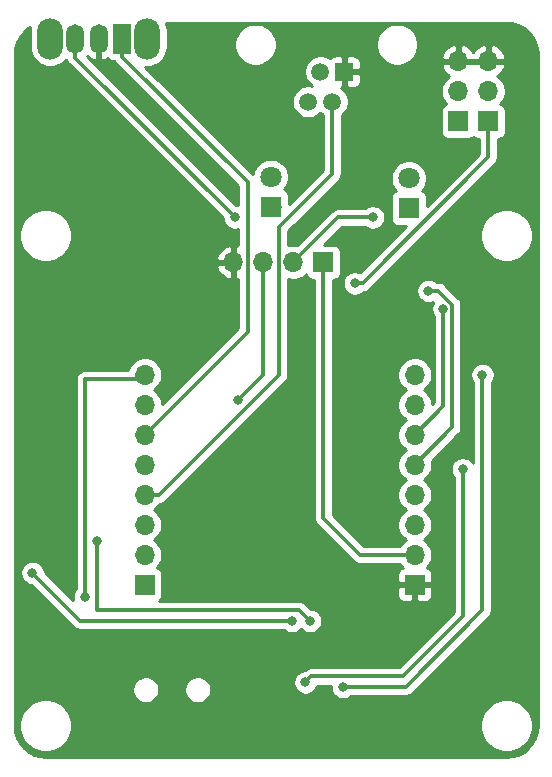
<source format=gbr>
%TF.GenerationSoftware,KiCad,Pcbnew,(5.1.7)-1*%
%TF.CreationDate,2021-02-24T18:28:04+01:00*%
%TF.ProjectId,Temperature-controller-with-ESP8266,54656d70-6572-4617-9475-72652d636f6e,rev?*%
%TF.SameCoordinates,Original*%
%TF.FileFunction,Copper,L2,Bot*%
%TF.FilePolarity,Positive*%
%FSLAX46Y46*%
G04 Gerber Fmt 4.6, Leading zero omitted, Abs format (unit mm)*
G04 Created by KiCad (PCBNEW (5.1.7)-1) date 2021-02-24 18:28:04*
%MOMM*%
%LPD*%
G01*
G04 APERTURE LIST*
%TA.AperFunction,ComponentPad*%
%ADD10R,1.500000X1.500000*%
%TD*%
%TA.AperFunction,ComponentPad*%
%ADD11C,1.500000*%
%TD*%
%TA.AperFunction,ComponentPad*%
%ADD12O,1.700000X1.700000*%
%TD*%
%TA.AperFunction,ComponentPad*%
%ADD13R,1.700000X1.700000*%
%TD*%
%TA.AperFunction,ComponentPad*%
%ADD14C,1.800000*%
%TD*%
%TA.AperFunction,ComponentPad*%
%ADD15R,1.800000X1.800000*%
%TD*%
%TA.AperFunction,ComponentPad*%
%ADD16O,2.200000X3.500000*%
%TD*%
%TA.AperFunction,ComponentPad*%
%ADD17O,1.500000X2.500000*%
%TD*%
%TA.AperFunction,ComponentPad*%
%ADD18R,1.500000X2.500000*%
%TD*%
%TA.AperFunction,ViaPad*%
%ADD19C,0.800000*%
%TD*%
%TA.AperFunction,Conductor*%
%ADD20C,0.300000*%
%TD*%
%TA.AperFunction,Conductor*%
%ADD21C,0.254000*%
%TD*%
%TA.AperFunction,Conductor*%
%ADD22C,0.100000*%
%TD*%
G04 APERTURE END LIST*
D10*
%TO.P,J5,1*%
%TO.N,GND*%
X141097000Y-64516000D03*
D11*
%TO.P,J5,2*%
%TO.N,DATA*%
X140077000Y-67056000D03*
%TO.P,J5,3*%
%TO.N,N/C*%
X139057000Y-64516000D03*
%TO.P,J5,4*%
%TO.N,+3V3*%
X138037000Y-67056000D03*
%TD*%
D12*
%TO.P,J2,4*%
%TO.N,GND*%
X131699000Y-80645000D03*
%TO.P,J2,3*%
%TO.N,GPIO14*%
X134239000Y-80645000D03*
%TO.P,J2,2*%
%TO.N,RELE_D*%
X136779000Y-80645000D03*
D13*
%TO.P,J2,1*%
%TO.N,+5V*%
X139319000Y-80645000D03*
%TD*%
D14*
%TO.P,D1,2*%
%TO.N,Net-(D1-Pad2)*%
X134874000Y-73406000D03*
D15*
%TO.P,D1,1*%
%TO.N,Net-(D1-Pad1)*%
X134874000Y-75946000D03*
%TD*%
D14*
%TO.P,D2,2*%
%TO.N,Net-(D2-Pad2)*%
X146558000Y-73533000D03*
D15*
%TO.P,D2,1*%
%TO.N,RELE_D*%
X146558000Y-76073000D03*
%TD*%
D16*
%TO.P,SW2,*%
%TO.N,*%
X116201000Y-61722000D03*
X124401000Y-61722000D03*
D17*
%TO.P,SW2,3*%
%TO.N,Net-(D1-Pad1)*%
X118301000Y-61722000D03*
%TO.P,SW2,2*%
%TO.N,GND*%
X120301000Y-61722000D03*
D18*
%TO.P,SW2,1*%
%TO.N,BUTTON*%
X122301000Y-61722000D03*
%TD*%
D13*
%TO.P,J9,1*%
%TO.N,+3V3*%
X124206000Y-107950000D03*
D12*
%TO.P,J9,2*%
%TO.N,GPIO15*%
X124206000Y-105410000D03*
%TO.P,J9,3*%
%TO.N,GPIO13*%
X124206000Y-102870000D03*
%TO.P,J9,4*%
%TO.N,DATA*%
X124206000Y-100330000D03*
%TO.P,J9,5*%
%TO.N,GPIO14*%
X124206000Y-97790000D03*
%TO.P,J9,6*%
%TO.N,BUTTON*%
X124206000Y-95250000D03*
%TO.P,J9,7*%
%TO.N,ADC*%
X124206000Y-92710000D03*
%TO.P,J9,8*%
%TO.N,RST*%
X124206000Y-90170000D03*
%TD*%
%TO.P,J10,8*%
%TO.N,GPIO1*%
X147066000Y-90170000D03*
%TO.P,J10,7*%
%TO.N,GPIO3*%
X147066000Y-92710000D03*
%TO.P,J10,6*%
%TO.N,GPIO5*%
X147066000Y-95250000D03*
%TO.P,J10,5*%
%TO.N,GPIO4*%
X147066000Y-97790000D03*
%TO.P,J10,4*%
%TO.N,GPIO0*%
X147066000Y-100330000D03*
%TO.P,J10,3*%
%TO.N,GPIO2*%
X147066000Y-102870000D03*
%TO.P,J10,2*%
%TO.N,+5V*%
X147066000Y-105410000D03*
D13*
%TO.P,J10,1*%
%TO.N,GND*%
X147066000Y-107950000D03*
%TD*%
D12*
%TO.P,J4,3*%
%TO.N,GND*%
X153289000Y-63627000D03*
%TO.P,J4,2*%
%TO.N,+3V3*%
X153289000Y-66167000D03*
D13*
%TO.P,J4,1*%
%TO.N,ADC*%
X153289000Y-68707000D03*
%TD*%
%TO.P,J6,1*%
%TO.N,DATA*%
X150749000Y-68707000D03*
D12*
%TO.P,J6,2*%
%TO.N,+3V3*%
X150749000Y-66167000D03*
%TO.P,J6,3*%
%TO.N,GND*%
X150749000Y-63627000D03*
%TD*%
D19*
%TO.N,GND*%
X115316000Y-113919000D03*
X116332000Y-113919000D03*
X115316000Y-114935000D03*
X116332000Y-114935000D03*
X114935000Y-71882000D03*
X115951000Y-71882000D03*
X114935000Y-73025000D03*
X115951000Y-73025000D03*
X136652000Y-115570000D03*
X147828000Y-110871000D03*
X146812000Y-110871000D03*
X145796000Y-110871000D03*
X144653000Y-110871000D03*
X154305000Y-113919000D03*
X155448000Y-113919000D03*
X154305000Y-114935000D03*
X155448000Y-114935000D03*
%TO.N,RST*%
X119126000Y-108966000D03*
%TO.N,RTS*%
X114681000Y-106934000D03*
X136652000Y-110998000D03*
%TO.N,DTR*%
X120142000Y-104267000D03*
X138176000Y-110998000D03*
%TO.N,GPIO14*%
X132080000Y-92329000D03*
%TO.N,GPIO4*%
X148209000Y-83058000D03*
%TO.N,GPIO5*%
X149479000Y-84582000D03*
%TO.N,Net-(D1-Pad1)*%
X131826000Y-76835000D03*
%TO.N,ADC*%
X141986000Y-82423000D03*
%TO.N,RELE_D*%
X143510000Y-76835000D03*
%TO.N,Net-(R3-Pad2)*%
X137795000Y-116205000D03*
X151130000Y-98171000D03*
%TO.N,Net-(R4-Pad1)*%
X152781000Y-90170000D03*
X140970000Y-116586000D03*
%TD*%
D20*
%TO.N,+5V*%
X139319000Y-102329002D02*
X139319000Y-80645000D01*
X142399998Y-105410000D02*
X139319000Y-102329002D01*
X147066000Y-105410000D02*
X142399998Y-105410000D01*
%TO.N,RST*%
X123825000Y-90551000D02*
X124206000Y-90170000D01*
X119126000Y-104172998D02*
X119126000Y-90551000D01*
X119126000Y-108966000D02*
X119126000Y-104172998D01*
X119126000Y-90551000D02*
X123825000Y-90551000D01*
%TO.N,RTS*%
X118745000Y-110998000D02*
X136652000Y-110998000D01*
X114681000Y-106934000D02*
X118745000Y-110998000D01*
%TO.N,DTR*%
X120142000Y-104267000D02*
X120142000Y-106216002D01*
X120142000Y-106216002D02*
X120142000Y-110109000D01*
X137287000Y-110109000D02*
X138176000Y-110998000D01*
X120142000Y-110109000D02*
X137287000Y-110109000D01*
%TO.N,BUTTON*%
X122301000Y-63272000D02*
X122301000Y-61722000D01*
X132899001Y-73870001D02*
X122301000Y-63272000D01*
X132899001Y-86556999D02*
X132899001Y-73870001D01*
X124206000Y-95250000D02*
X132899001Y-86556999D01*
%TO.N,DATA*%
X140077000Y-73173002D02*
X140077000Y-67056000D01*
X135578999Y-77671003D02*
X140077000Y-73173002D01*
X135578999Y-90159082D02*
X135578999Y-77671003D01*
X125408081Y-100330000D02*
X135578999Y-90159082D01*
X124206000Y-100330000D02*
X125408081Y-100330000D01*
%TO.N,GPIO14*%
X134239000Y-90170000D02*
X134239000Y-80645000D01*
X132080000Y-92329000D02*
X134239000Y-90170000D01*
%TO.N,GPIO4*%
X150229001Y-84221999D02*
X150229001Y-94626999D01*
X149065002Y-83058000D02*
X150229001Y-84221999D01*
X150229001Y-94626999D02*
X147066000Y-97790000D01*
X148209000Y-83058000D02*
X149065002Y-83058000D01*
%TO.N,GPIO5*%
X149479000Y-92837000D02*
X147066000Y-95250000D01*
X149479000Y-84582000D02*
X149479000Y-92837000D01*
%TO.N,Net-(D1-Pad1)*%
X134874000Y-75946000D02*
X135636000Y-75946000D01*
X118301000Y-63310000D02*
X118301000Y-61722000D01*
X131826000Y-76835000D02*
X118301000Y-63310000D01*
%TO.N,ADC*%
X142638002Y-82423000D02*
X141986000Y-82423000D01*
X153289000Y-71772002D02*
X142638002Y-82423000D01*
X153289000Y-68707000D02*
X153289000Y-71772002D01*
%TO.N,RELE_D*%
X140589000Y-76835000D02*
X136779000Y-80645000D01*
X143510000Y-76835000D02*
X140589000Y-76835000D01*
%TO.N,Net-(R3-Pad2)*%
X137795000Y-116205000D02*
X138303000Y-115697000D01*
X138303000Y-115697000D02*
X146050000Y-115697000D01*
X151130000Y-110617000D02*
X151130000Y-98171000D01*
X146050000Y-115697000D02*
X151130000Y-110617000D01*
%TO.N,Net-(R4-Pad1)*%
X152781000Y-90170000D02*
X152781000Y-110109000D01*
X146304000Y-116586000D02*
X140970000Y-116586000D01*
X152781000Y-110109000D02*
X146304000Y-116586000D01*
%TD*%
D21*
%TO.N,GND*%
X155325552Y-60403422D02*
X155818585Y-60552278D01*
X156273309Y-60794059D01*
X156672410Y-61119558D01*
X157000694Y-61516385D01*
X157245644Y-61969410D01*
X157397938Y-62461392D01*
X157455000Y-63004295D01*
X157455001Y-65118581D01*
X157454999Y-119855721D01*
X157401578Y-120400552D01*
X157252722Y-120893584D01*
X157010941Y-121348308D01*
X156685442Y-121747409D01*
X156288615Y-122075693D01*
X155835590Y-122320643D01*
X155343608Y-122472937D01*
X154800704Y-122529999D01*
X115856279Y-122529999D01*
X115311448Y-122476578D01*
X114818416Y-122327722D01*
X114363692Y-122085941D01*
X113964591Y-121760442D01*
X113636307Y-121363615D01*
X113391357Y-120910590D01*
X113239063Y-120418608D01*
X113182001Y-119875704D01*
X113182001Y-119667872D01*
X113589000Y-119667872D01*
X113589000Y-120108128D01*
X113674890Y-120539925D01*
X113843369Y-120946669D01*
X114087962Y-121312729D01*
X114399271Y-121624038D01*
X114765331Y-121868631D01*
X115172075Y-122037110D01*
X115603872Y-122123000D01*
X116044128Y-122123000D01*
X116475925Y-122037110D01*
X116882669Y-121868631D01*
X117248729Y-121624038D01*
X117560038Y-121312729D01*
X117804631Y-120946669D01*
X117973110Y-120539925D01*
X118059000Y-120108128D01*
X118059000Y-119667872D01*
X152578000Y-119667872D01*
X152578000Y-120108128D01*
X152663890Y-120539925D01*
X152832369Y-120946669D01*
X153076962Y-121312729D01*
X153388271Y-121624038D01*
X153754331Y-121868631D01*
X154161075Y-122037110D01*
X154592872Y-122123000D01*
X155033128Y-122123000D01*
X155464925Y-122037110D01*
X155871669Y-121868631D01*
X156237729Y-121624038D01*
X156549038Y-121312729D01*
X156793631Y-120946669D01*
X156962110Y-120539925D01*
X157048000Y-120108128D01*
X157048000Y-119667872D01*
X156962110Y-119236075D01*
X156793631Y-118829331D01*
X156549038Y-118463271D01*
X156237729Y-118151962D01*
X155871669Y-117907369D01*
X155464925Y-117738890D01*
X155033128Y-117653000D01*
X154592872Y-117653000D01*
X154161075Y-117738890D01*
X153754331Y-117907369D01*
X153388271Y-118151962D01*
X153076962Y-118463271D01*
X152832369Y-118829331D01*
X152663890Y-119236075D01*
X152578000Y-119667872D01*
X118059000Y-119667872D01*
X117973110Y-119236075D01*
X117804631Y-118829331D01*
X117560038Y-118463271D01*
X117248729Y-118151962D01*
X116882669Y-117907369D01*
X116475925Y-117738890D01*
X116044128Y-117653000D01*
X115603872Y-117653000D01*
X115172075Y-117738890D01*
X114765331Y-117907369D01*
X114399271Y-118151962D01*
X114087962Y-118463271D01*
X113843369Y-118829331D01*
X113674890Y-119236075D01*
X113589000Y-119667872D01*
X113182001Y-119667872D01*
X113182001Y-116733212D01*
X123157000Y-116733212D01*
X123157000Y-116956788D01*
X123200617Y-117176067D01*
X123286176Y-117382624D01*
X123410388Y-117568520D01*
X123568480Y-117726612D01*
X123754376Y-117850824D01*
X123960933Y-117936383D01*
X124180212Y-117980000D01*
X124403788Y-117980000D01*
X124623067Y-117936383D01*
X124829624Y-117850824D01*
X125015520Y-117726612D01*
X125173612Y-117568520D01*
X125297824Y-117382624D01*
X125383383Y-117176067D01*
X125427000Y-116956788D01*
X125427000Y-116733212D01*
X127557000Y-116733212D01*
X127557000Y-116956788D01*
X127600617Y-117176067D01*
X127686176Y-117382624D01*
X127810388Y-117568520D01*
X127968480Y-117726612D01*
X128154376Y-117850824D01*
X128360933Y-117936383D01*
X128580212Y-117980000D01*
X128803788Y-117980000D01*
X129023067Y-117936383D01*
X129229624Y-117850824D01*
X129415520Y-117726612D01*
X129573612Y-117568520D01*
X129697824Y-117382624D01*
X129783383Y-117176067D01*
X129827000Y-116956788D01*
X129827000Y-116733212D01*
X129783383Y-116513933D01*
X129697824Y-116307376D01*
X129573612Y-116121480D01*
X129555193Y-116103061D01*
X136760000Y-116103061D01*
X136760000Y-116306939D01*
X136799774Y-116506898D01*
X136877795Y-116695256D01*
X136991063Y-116864774D01*
X137135226Y-117008937D01*
X137304744Y-117122205D01*
X137493102Y-117200226D01*
X137693061Y-117240000D01*
X137896939Y-117240000D01*
X138096898Y-117200226D01*
X138285256Y-117122205D01*
X138454774Y-117008937D01*
X138598937Y-116864774D01*
X138712205Y-116695256D01*
X138790226Y-116506898D01*
X138795178Y-116482000D01*
X139935410Y-116482000D01*
X139935000Y-116484061D01*
X139935000Y-116687939D01*
X139974774Y-116887898D01*
X140052795Y-117076256D01*
X140166063Y-117245774D01*
X140310226Y-117389937D01*
X140479744Y-117503205D01*
X140668102Y-117581226D01*
X140868061Y-117621000D01*
X141071939Y-117621000D01*
X141271898Y-117581226D01*
X141460256Y-117503205D01*
X141629774Y-117389937D01*
X141648711Y-117371000D01*
X146265447Y-117371000D01*
X146304000Y-117374797D01*
X146342553Y-117371000D01*
X146342561Y-117371000D01*
X146457887Y-117359641D01*
X146605860Y-117314754D01*
X146742233Y-117241862D01*
X146861764Y-117143764D01*
X146886347Y-117113810D01*
X153308816Y-110691342D01*
X153338764Y-110666764D01*
X153363346Y-110636812D01*
X153426575Y-110559767D01*
X153436862Y-110547233D01*
X153509754Y-110410860D01*
X153554641Y-110262887D01*
X153566000Y-110147561D01*
X153566000Y-110147554D01*
X153569797Y-110109001D01*
X153566000Y-110070448D01*
X153566000Y-90848711D01*
X153584937Y-90829774D01*
X153698205Y-90660256D01*
X153776226Y-90471898D01*
X153816000Y-90271939D01*
X153816000Y-90068061D01*
X153776226Y-89868102D01*
X153698205Y-89679744D01*
X153584937Y-89510226D01*
X153440774Y-89366063D01*
X153271256Y-89252795D01*
X153082898Y-89174774D01*
X152882939Y-89135000D01*
X152679061Y-89135000D01*
X152479102Y-89174774D01*
X152290744Y-89252795D01*
X152121226Y-89366063D01*
X151977063Y-89510226D01*
X151863795Y-89679744D01*
X151785774Y-89868102D01*
X151746000Y-90068061D01*
X151746000Y-90271939D01*
X151785774Y-90471898D01*
X151863795Y-90660256D01*
X151977063Y-90829774D01*
X151996000Y-90848711D01*
X151996000Y-97604111D01*
X151933937Y-97511226D01*
X151789774Y-97367063D01*
X151620256Y-97253795D01*
X151431898Y-97175774D01*
X151231939Y-97136000D01*
X151028061Y-97136000D01*
X150828102Y-97175774D01*
X150639744Y-97253795D01*
X150470226Y-97367063D01*
X150326063Y-97511226D01*
X150212795Y-97680744D01*
X150134774Y-97869102D01*
X150095000Y-98069061D01*
X150095000Y-98272939D01*
X150134774Y-98472898D01*
X150212795Y-98661256D01*
X150326063Y-98830774D01*
X150345001Y-98849712D01*
X150345000Y-110291842D01*
X145724843Y-114912000D01*
X138341552Y-114912000D01*
X138302999Y-114908203D01*
X138264446Y-114912000D01*
X138264439Y-114912000D01*
X138163490Y-114921943D01*
X138149112Y-114923359D01*
X138114672Y-114933806D01*
X138001140Y-114968246D01*
X137864767Y-115041138D01*
X137745236Y-115139236D01*
X137720655Y-115169188D01*
X137719843Y-115170000D01*
X137693061Y-115170000D01*
X137493102Y-115209774D01*
X137304744Y-115287795D01*
X137135226Y-115401063D01*
X136991063Y-115545226D01*
X136877795Y-115714744D01*
X136799774Y-115903102D01*
X136760000Y-116103061D01*
X129555193Y-116103061D01*
X129415520Y-115963388D01*
X129229624Y-115839176D01*
X129023067Y-115753617D01*
X128803788Y-115710000D01*
X128580212Y-115710000D01*
X128360933Y-115753617D01*
X128154376Y-115839176D01*
X127968480Y-115963388D01*
X127810388Y-116121480D01*
X127686176Y-116307376D01*
X127600617Y-116513933D01*
X127557000Y-116733212D01*
X125427000Y-116733212D01*
X125383383Y-116513933D01*
X125297824Y-116307376D01*
X125173612Y-116121480D01*
X125015520Y-115963388D01*
X124829624Y-115839176D01*
X124623067Y-115753617D01*
X124403788Y-115710000D01*
X124180212Y-115710000D01*
X123960933Y-115753617D01*
X123754376Y-115839176D01*
X123568480Y-115963388D01*
X123410388Y-116121480D01*
X123286176Y-116307376D01*
X123200617Y-116513933D01*
X123157000Y-116733212D01*
X113182001Y-116733212D01*
X113182001Y-81001891D01*
X130257519Y-81001891D01*
X130354843Y-81276252D01*
X130503822Y-81526355D01*
X130698731Y-81742588D01*
X130932080Y-81916641D01*
X131194901Y-82041825D01*
X131342110Y-82086476D01*
X131572000Y-81965155D01*
X131572000Y-80772000D01*
X130378186Y-80772000D01*
X130257519Y-81001891D01*
X113182001Y-81001891D01*
X113182000Y-78138872D01*
X113589000Y-78138872D01*
X113589000Y-78579128D01*
X113674890Y-79010925D01*
X113843369Y-79417669D01*
X114087962Y-79783729D01*
X114399271Y-80095038D01*
X114765331Y-80339631D01*
X115172075Y-80508110D01*
X115603872Y-80594000D01*
X116044128Y-80594000D01*
X116475925Y-80508110D01*
X116882669Y-80339631D01*
X116959777Y-80288109D01*
X130257519Y-80288109D01*
X130378186Y-80518000D01*
X131572000Y-80518000D01*
X131572000Y-79324845D01*
X131342110Y-79203524D01*
X131194901Y-79248175D01*
X130932080Y-79373359D01*
X130698731Y-79547412D01*
X130503822Y-79763645D01*
X130354843Y-80013748D01*
X130257519Y-80288109D01*
X116959777Y-80288109D01*
X117248729Y-80095038D01*
X117560038Y-79783729D01*
X117804631Y-79417669D01*
X117973110Y-79010925D01*
X118059000Y-78579128D01*
X118059000Y-78138872D01*
X117973110Y-77707075D01*
X117804631Y-77300331D01*
X117560038Y-76934271D01*
X117248729Y-76622962D01*
X116882669Y-76378369D01*
X116475925Y-76209890D01*
X116044128Y-76124000D01*
X115603872Y-76124000D01*
X115172075Y-76209890D01*
X114765331Y-76378369D01*
X114399271Y-76622962D01*
X114087962Y-76934271D01*
X113843369Y-77300331D01*
X113674890Y-77707075D01*
X113589000Y-78138872D01*
X113182000Y-78138872D01*
X113181999Y-63024289D01*
X113235421Y-62479449D01*
X113384277Y-61986416D01*
X113626058Y-61531692D01*
X113951557Y-61132591D01*
X114348384Y-60804307D01*
X114492826Y-60726207D01*
X114491105Y-60731881D01*
X114466000Y-60986775D01*
X114466000Y-62457224D01*
X114491105Y-62712118D01*
X114590314Y-63039167D01*
X114751421Y-63340577D01*
X114968234Y-63604766D01*
X115232422Y-63821579D01*
X115533832Y-63982686D01*
X115860881Y-64081895D01*
X116201000Y-64115394D01*
X116541118Y-64081895D01*
X116868167Y-63982686D01*
X117169577Y-63821579D01*
X117433766Y-63604766D01*
X117533303Y-63483480D01*
X117572246Y-63611859D01*
X117645138Y-63748232D01*
X117743236Y-63867764D01*
X117773190Y-63892347D01*
X130791000Y-76910158D01*
X130791000Y-76936939D01*
X130830774Y-77136898D01*
X130908795Y-77325256D01*
X131022063Y-77494774D01*
X131166226Y-77638937D01*
X131335744Y-77752205D01*
X131524102Y-77830226D01*
X131724061Y-77870000D01*
X131927939Y-77870000D01*
X132114002Y-77832990D01*
X132114002Y-79221150D01*
X132055890Y-79203524D01*
X131826000Y-79324845D01*
X131826000Y-80518000D01*
X131846000Y-80518000D01*
X131846000Y-80772000D01*
X131826000Y-80772000D01*
X131826000Y-81965155D01*
X132055890Y-82086476D01*
X132114001Y-82068850D01*
X132114001Y-86231841D01*
X125691000Y-92654843D01*
X125691000Y-92563740D01*
X125633932Y-92276842D01*
X125521990Y-92006589D01*
X125359475Y-91763368D01*
X125152632Y-91556525D01*
X124978240Y-91440000D01*
X125152632Y-91323475D01*
X125359475Y-91116632D01*
X125521990Y-90873411D01*
X125633932Y-90603158D01*
X125691000Y-90316260D01*
X125691000Y-90023740D01*
X125633932Y-89736842D01*
X125521990Y-89466589D01*
X125359475Y-89223368D01*
X125152632Y-89016525D01*
X124909411Y-88854010D01*
X124639158Y-88742068D01*
X124352260Y-88685000D01*
X124059740Y-88685000D01*
X123772842Y-88742068D01*
X123502589Y-88854010D01*
X123259368Y-89016525D01*
X123052525Y-89223368D01*
X122890010Y-89466589D01*
X122778068Y-89736842D01*
X122772268Y-89766000D01*
X119164561Y-89766000D01*
X119126000Y-89762202D01*
X119087440Y-89766000D01*
X119087439Y-89766000D01*
X118972113Y-89777359D01*
X118824140Y-89822246D01*
X118687767Y-89895138D01*
X118568236Y-89993236D01*
X118470138Y-90112767D01*
X118397246Y-90249140D01*
X118352359Y-90397113D01*
X118337202Y-90551000D01*
X118341001Y-90589571D01*
X118341000Y-104211558D01*
X118341001Y-104211568D01*
X118341000Y-108287289D01*
X118322063Y-108306226D01*
X118208795Y-108475744D01*
X118130774Y-108664102D01*
X118091000Y-108864061D01*
X118091000Y-109067939D01*
X118130774Y-109267898D01*
X118134817Y-109277660D01*
X115716000Y-106858843D01*
X115716000Y-106832061D01*
X115676226Y-106632102D01*
X115598205Y-106443744D01*
X115484937Y-106274226D01*
X115340774Y-106130063D01*
X115171256Y-106016795D01*
X114982898Y-105938774D01*
X114782939Y-105899000D01*
X114579061Y-105899000D01*
X114379102Y-105938774D01*
X114190744Y-106016795D01*
X114021226Y-106130063D01*
X113877063Y-106274226D01*
X113763795Y-106443744D01*
X113685774Y-106632102D01*
X113646000Y-106832061D01*
X113646000Y-107035939D01*
X113685774Y-107235898D01*
X113763795Y-107424256D01*
X113877063Y-107593774D01*
X114021226Y-107737937D01*
X114190744Y-107851205D01*
X114379102Y-107929226D01*
X114579061Y-107969000D01*
X114605843Y-107969000D01*
X118162658Y-111525816D01*
X118187236Y-111555764D01*
X118217184Y-111580342D01*
X118217187Y-111580345D01*
X118246559Y-111604450D01*
X118306767Y-111653862D01*
X118443140Y-111726754D01*
X118591113Y-111771642D01*
X118666026Y-111779020D01*
X118706439Y-111783000D01*
X118706444Y-111783000D01*
X118745000Y-111786797D01*
X118783556Y-111783000D01*
X135973289Y-111783000D01*
X135992226Y-111801937D01*
X136161744Y-111915205D01*
X136350102Y-111993226D01*
X136550061Y-112033000D01*
X136753939Y-112033000D01*
X136953898Y-111993226D01*
X137142256Y-111915205D01*
X137311774Y-111801937D01*
X137414000Y-111699711D01*
X137516226Y-111801937D01*
X137685744Y-111915205D01*
X137874102Y-111993226D01*
X138074061Y-112033000D01*
X138277939Y-112033000D01*
X138477898Y-111993226D01*
X138666256Y-111915205D01*
X138835774Y-111801937D01*
X138979937Y-111657774D01*
X139093205Y-111488256D01*
X139171226Y-111299898D01*
X139211000Y-111099939D01*
X139211000Y-110896061D01*
X139171226Y-110696102D01*
X139093205Y-110507744D01*
X138979937Y-110338226D01*
X138835774Y-110194063D01*
X138666256Y-110080795D01*
X138477898Y-110002774D01*
X138277939Y-109963000D01*
X138251157Y-109963000D01*
X137869347Y-109581190D01*
X137844764Y-109551236D01*
X137725233Y-109453138D01*
X137588860Y-109380246D01*
X137440887Y-109335359D01*
X137325561Y-109324000D01*
X137325553Y-109324000D01*
X137287000Y-109320203D01*
X137248447Y-109324000D01*
X125418459Y-109324000D01*
X125507185Y-109251185D01*
X125586537Y-109154494D01*
X125645502Y-109044180D01*
X125681812Y-108924482D01*
X125694072Y-108800000D01*
X145577928Y-108800000D01*
X145590188Y-108924482D01*
X145626498Y-109044180D01*
X145685463Y-109154494D01*
X145764815Y-109251185D01*
X145861506Y-109330537D01*
X145971820Y-109389502D01*
X146091518Y-109425812D01*
X146216000Y-109438072D01*
X146780250Y-109435000D01*
X146939000Y-109276250D01*
X146939000Y-108077000D01*
X147193000Y-108077000D01*
X147193000Y-109276250D01*
X147351750Y-109435000D01*
X147916000Y-109438072D01*
X148040482Y-109425812D01*
X148160180Y-109389502D01*
X148270494Y-109330537D01*
X148367185Y-109251185D01*
X148446537Y-109154494D01*
X148505502Y-109044180D01*
X148541812Y-108924482D01*
X148554072Y-108800000D01*
X148551000Y-108235750D01*
X148392250Y-108077000D01*
X147193000Y-108077000D01*
X146939000Y-108077000D01*
X145739750Y-108077000D01*
X145581000Y-108235750D01*
X145577928Y-108800000D01*
X125694072Y-108800000D01*
X125694072Y-107100000D01*
X125681812Y-106975518D01*
X125645502Y-106855820D01*
X125586537Y-106745506D01*
X125507185Y-106648815D01*
X125410494Y-106569463D01*
X125300180Y-106510498D01*
X125227620Y-106488487D01*
X125359475Y-106356632D01*
X125521990Y-106113411D01*
X125633932Y-105843158D01*
X125691000Y-105556260D01*
X125691000Y-105263740D01*
X125633932Y-104976842D01*
X125521990Y-104706589D01*
X125359475Y-104463368D01*
X125152632Y-104256525D01*
X124978240Y-104140000D01*
X125152632Y-104023475D01*
X125359475Y-103816632D01*
X125521990Y-103573411D01*
X125633932Y-103303158D01*
X125691000Y-103016260D01*
X125691000Y-102723740D01*
X125633932Y-102436842D01*
X125521990Y-102166589D01*
X125359475Y-101923368D01*
X125152632Y-101716525D01*
X124978240Y-101600000D01*
X125152632Y-101483475D01*
X125359475Y-101276632D01*
X125468942Y-101112804D01*
X125561968Y-101103641D01*
X125709941Y-101058754D01*
X125846314Y-100985862D01*
X125965845Y-100887764D01*
X125990428Y-100857810D01*
X136106816Y-90741423D01*
X136136763Y-90716846D01*
X136234861Y-90597315D01*
X136307753Y-90460942D01*
X136349328Y-90323887D01*
X136352640Y-90312970D01*
X136356681Y-90271939D01*
X136363999Y-90197643D01*
X136363999Y-90197636D01*
X136367796Y-90159083D01*
X136363999Y-90120530D01*
X136363999Y-82076544D01*
X136632740Y-82130000D01*
X136925260Y-82130000D01*
X137212158Y-82072932D01*
X137482411Y-81960990D01*
X137725632Y-81798475D01*
X137857487Y-81666620D01*
X137879498Y-81739180D01*
X137938463Y-81849494D01*
X138017815Y-81946185D01*
X138114506Y-82025537D01*
X138224820Y-82084502D01*
X138344518Y-82120812D01*
X138469000Y-82133072D01*
X138534001Y-82133072D01*
X138534000Y-102290449D01*
X138530203Y-102329002D01*
X138534000Y-102367555D01*
X138534000Y-102367562D01*
X138545359Y-102482888D01*
X138590246Y-102630861D01*
X138663138Y-102767234D01*
X138761236Y-102886766D01*
X138791190Y-102911349D01*
X141817656Y-105937816D01*
X141842234Y-105967764D01*
X141872182Y-105992342D01*
X141872185Y-105992345D01*
X141901557Y-106016450D01*
X141961765Y-106065862D01*
X142081878Y-106130063D01*
X142098138Y-106138754D01*
X142246110Y-106183641D01*
X142260488Y-106185057D01*
X142361437Y-106195000D01*
X142361444Y-106195000D01*
X142399997Y-106198797D01*
X142438550Y-106195000D01*
X145804526Y-106195000D01*
X145912525Y-106356632D01*
X146044380Y-106488487D01*
X145971820Y-106510498D01*
X145861506Y-106569463D01*
X145764815Y-106648815D01*
X145685463Y-106745506D01*
X145626498Y-106855820D01*
X145590188Y-106975518D01*
X145577928Y-107100000D01*
X145581000Y-107664250D01*
X145739750Y-107823000D01*
X146939000Y-107823000D01*
X146939000Y-107803000D01*
X147193000Y-107803000D01*
X147193000Y-107823000D01*
X148392250Y-107823000D01*
X148551000Y-107664250D01*
X148554072Y-107100000D01*
X148541812Y-106975518D01*
X148505502Y-106855820D01*
X148446537Y-106745506D01*
X148367185Y-106648815D01*
X148270494Y-106569463D01*
X148160180Y-106510498D01*
X148087620Y-106488487D01*
X148219475Y-106356632D01*
X148381990Y-106113411D01*
X148493932Y-105843158D01*
X148551000Y-105556260D01*
X148551000Y-105263740D01*
X148493932Y-104976842D01*
X148381990Y-104706589D01*
X148219475Y-104463368D01*
X148012632Y-104256525D01*
X147838240Y-104140000D01*
X148012632Y-104023475D01*
X148219475Y-103816632D01*
X148381990Y-103573411D01*
X148493932Y-103303158D01*
X148551000Y-103016260D01*
X148551000Y-102723740D01*
X148493932Y-102436842D01*
X148381990Y-102166589D01*
X148219475Y-101923368D01*
X148012632Y-101716525D01*
X147838240Y-101600000D01*
X148012632Y-101483475D01*
X148219475Y-101276632D01*
X148381990Y-101033411D01*
X148493932Y-100763158D01*
X148551000Y-100476260D01*
X148551000Y-100183740D01*
X148493932Y-99896842D01*
X148381990Y-99626589D01*
X148219475Y-99383368D01*
X148012632Y-99176525D01*
X147838240Y-99060000D01*
X148012632Y-98943475D01*
X148219475Y-98736632D01*
X148381990Y-98493411D01*
X148493932Y-98223158D01*
X148551000Y-97936260D01*
X148551000Y-97643740D01*
X148513075Y-97453082D01*
X150756817Y-95209341D01*
X150786765Y-95184763D01*
X150884863Y-95065232D01*
X150957755Y-94928859D01*
X151002643Y-94780886D01*
X151010021Y-94705973D01*
X151014001Y-94665560D01*
X151014001Y-94665555D01*
X151017798Y-94626999D01*
X151014001Y-94588443D01*
X151014001Y-84260551D01*
X151017798Y-84221998D01*
X151014001Y-84183445D01*
X151014001Y-84183438D01*
X151002642Y-84068112D01*
X150998127Y-84053226D01*
X150957755Y-83920139D01*
X150884863Y-83783766D01*
X150830704Y-83717774D01*
X150811346Y-83694186D01*
X150811343Y-83694183D01*
X150786765Y-83664235D01*
X150756818Y-83639658D01*
X149647349Y-82530190D01*
X149622766Y-82500236D01*
X149503235Y-82402138D01*
X149366862Y-82329246D01*
X149218889Y-82284359D01*
X149103563Y-82273000D01*
X149103555Y-82273000D01*
X149065002Y-82269203D01*
X149026449Y-82273000D01*
X148887711Y-82273000D01*
X148868774Y-82254063D01*
X148699256Y-82140795D01*
X148510898Y-82062774D01*
X148310939Y-82023000D01*
X148107061Y-82023000D01*
X147907102Y-82062774D01*
X147718744Y-82140795D01*
X147549226Y-82254063D01*
X147405063Y-82398226D01*
X147291795Y-82567744D01*
X147213774Y-82756102D01*
X147174000Y-82956061D01*
X147174000Y-83159939D01*
X147213774Y-83359898D01*
X147291795Y-83548256D01*
X147405063Y-83717774D01*
X147549226Y-83861937D01*
X147718744Y-83975205D01*
X147907102Y-84053226D01*
X148107061Y-84093000D01*
X148310939Y-84093000D01*
X148510898Y-84053226D01*
X148616859Y-84009335D01*
X148561795Y-84091744D01*
X148483774Y-84280102D01*
X148444000Y-84480061D01*
X148444000Y-84683939D01*
X148483774Y-84883898D01*
X148561795Y-85072256D01*
X148675063Y-85241774D01*
X148694000Y-85260711D01*
X148694001Y-92511841D01*
X148551000Y-92654842D01*
X148551000Y-92563740D01*
X148493932Y-92276842D01*
X148381990Y-92006589D01*
X148219475Y-91763368D01*
X148012632Y-91556525D01*
X147838240Y-91440000D01*
X148012632Y-91323475D01*
X148219475Y-91116632D01*
X148381990Y-90873411D01*
X148493932Y-90603158D01*
X148551000Y-90316260D01*
X148551000Y-90023740D01*
X148493932Y-89736842D01*
X148381990Y-89466589D01*
X148219475Y-89223368D01*
X148012632Y-89016525D01*
X147769411Y-88854010D01*
X147499158Y-88742068D01*
X147212260Y-88685000D01*
X146919740Y-88685000D01*
X146632842Y-88742068D01*
X146362589Y-88854010D01*
X146119368Y-89016525D01*
X145912525Y-89223368D01*
X145750010Y-89466589D01*
X145638068Y-89736842D01*
X145581000Y-90023740D01*
X145581000Y-90316260D01*
X145638068Y-90603158D01*
X145750010Y-90873411D01*
X145912525Y-91116632D01*
X146119368Y-91323475D01*
X146293760Y-91440000D01*
X146119368Y-91556525D01*
X145912525Y-91763368D01*
X145750010Y-92006589D01*
X145638068Y-92276842D01*
X145581000Y-92563740D01*
X145581000Y-92856260D01*
X145638068Y-93143158D01*
X145750010Y-93413411D01*
X145912525Y-93656632D01*
X146119368Y-93863475D01*
X146293760Y-93980000D01*
X146119368Y-94096525D01*
X145912525Y-94303368D01*
X145750010Y-94546589D01*
X145638068Y-94816842D01*
X145581000Y-95103740D01*
X145581000Y-95396260D01*
X145638068Y-95683158D01*
X145750010Y-95953411D01*
X145912525Y-96196632D01*
X146119368Y-96403475D01*
X146293760Y-96520000D01*
X146119368Y-96636525D01*
X145912525Y-96843368D01*
X145750010Y-97086589D01*
X145638068Y-97356842D01*
X145581000Y-97643740D01*
X145581000Y-97936260D01*
X145638068Y-98223158D01*
X145750010Y-98493411D01*
X145912525Y-98736632D01*
X146119368Y-98943475D01*
X146293760Y-99060000D01*
X146119368Y-99176525D01*
X145912525Y-99383368D01*
X145750010Y-99626589D01*
X145638068Y-99896842D01*
X145581000Y-100183740D01*
X145581000Y-100476260D01*
X145638068Y-100763158D01*
X145750010Y-101033411D01*
X145912525Y-101276632D01*
X146119368Y-101483475D01*
X146293760Y-101600000D01*
X146119368Y-101716525D01*
X145912525Y-101923368D01*
X145750010Y-102166589D01*
X145638068Y-102436842D01*
X145581000Y-102723740D01*
X145581000Y-103016260D01*
X145638068Y-103303158D01*
X145750010Y-103573411D01*
X145912525Y-103816632D01*
X146119368Y-104023475D01*
X146293760Y-104140000D01*
X146119368Y-104256525D01*
X145912525Y-104463368D01*
X145804526Y-104625000D01*
X142725156Y-104625000D01*
X140104000Y-102003845D01*
X140104000Y-82321061D01*
X140951000Y-82321061D01*
X140951000Y-82524939D01*
X140990774Y-82724898D01*
X141068795Y-82913256D01*
X141182063Y-83082774D01*
X141326226Y-83226937D01*
X141495744Y-83340205D01*
X141684102Y-83418226D01*
X141884061Y-83458000D01*
X142087939Y-83458000D01*
X142287898Y-83418226D01*
X142476256Y-83340205D01*
X142645774Y-83226937D01*
X142663417Y-83209294D01*
X142676555Y-83208000D01*
X142676563Y-83208000D01*
X142791889Y-83196641D01*
X142939862Y-83151754D01*
X143076235Y-83078862D01*
X143195766Y-82980764D01*
X143220349Y-82950810D01*
X148032287Y-78138872D01*
X152578000Y-78138872D01*
X152578000Y-78579128D01*
X152663890Y-79010925D01*
X152832369Y-79417669D01*
X153076962Y-79783729D01*
X153388271Y-80095038D01*
X153754331Y-80339631D01*
X154161075Y-80508110D01*
X154592872Y-80594000D01*
X155033128Y-80594000D01*
X155464925Y-80508110D01*
X155871669Y-80339631D01*
X156237729Y-80095038D01*
X156549038Y-79783729D01*
X156793631Y-79417669D01*
X156962110Y-79010925D01*
X157048000Y-78579128D01*
X157048000Y-78138872D01*
X156962110Y-77707075D01*
X156793631Y-77300331D01*
X156549038Y-76934271D01*
X156237729Y-76622962D01*
X155871669Y-76378369D01*
X155464925Y-76209890D01*
X155033128Y-76124000D01*
X154592872Y-76124000D01*
X154161075Y-76209890D01*
X153754331Y-76378369D01*
X153388271Y-76622962D01*
X153076962Y-76934271D01*
X152832369Y-77300331D01*
X152663890Y-77707075D01*
X152578000Y-78138872D01*
X148032287Y-78138872D01*
X153816810Y-72354349D01*
X153846764Y-72329766D01*
X153944862Y-72210235D01*
X154017754Y-72073862D01*
X154026297Y-72045701D01*
X154062642Y-71925889D01*
X154070020Y-71850976D01*
X154074000Y-71810563D01*
X154074000Y-71810558D01*
X154077797Y-71772002D01*
X154074000Y-71733446D01*
X154074000Y-70195072D01*
X154139000Y-70195072D01*
X154263482Y-70182812D01*
X154383180Y-70146502D01*
X154493494Y-70087537D01*
X154590185Y-70008185D01*
X154669537Y-69911494D01*
X154728502Y-69801180D01*
X154764812Y-69681482D01*
X154777072Y-69557000D01*
X154777072Y-67857000D01*
X154764812Y-67732518D01*
X154728502Y-67612820D01*
X154669537Y-67502506D01*
X154590185Y-67405815D01*
X154493494Y-67326463D01*
X154383180Y-67267498D01*
X154310620Y-67245487D01*
X154442475Y-67113632D01*
X154604990Y-66870411D01*
X154716932Y-66600158D01*
X154774000Y-66313260D01*
X154774000Y-66020740D01*
X154716932Y-65733842D01*
X154604990Y-65463589D01*
X154442475Y-65220368D01*
X154235632Y-65013525D01*
X154053466Y-64891805D01*
X154170355Y-64822178D01*
X154386588Y-64627269D01*
X154560641Y-64393920D01*
X154685825Y-64131099D01*
X154730476Y-63983890D01*
X154609155Y-63754000D01*
X153416000Y-63754000D01*
X153416000Y-63774000D01*
X153162000Y-63774000D01*
X153162000Y-63754000D01*
X150876000Y-63754000D01*
X150876000Y-63774000D01*
X150622000Y-63774000D01*
X150622000Y-63754000D01*
X149428845Y-63754000D01*
X149307524Y-63983890D01*
X149352175Y-64131099D01*
X149477359Y-64393920D01*
X149651412Y-64627269D01*
X149867645Y-64822178D01*
X149984534Y-64891805D01*
X149802368Y-65013525D01*
X149595525Y-65220368D01*
X149433010Y-65463589D01*
X149321068Y-65733842D01*
X149264000Y-66020740D01*
X149264000Y-66313260D01*
X149321068Y-66600158D01*
X149433010Y-66870411D01*
X149595525Y-67113632D01*
X149727380Y-67245487D01*
X149654820Y-67267498D01*
X149544506Y-67326463D01*
X149447815Y-67405815D01*
X149368463Y-67502506D01*
X149309498Y-67612820D01*
X149273188Y-67732518D01*
X149260928Y-67857000D01*
X149260928Y-69557000D01*
X149273188Y-69681482D01*
X149309498Y-69801180D01*
X149368463Y-69911494D01*
X149447815Y-70008185D01*
X149544506Y-70087537D01*
X149654820Y-70146502D01*
X149774518Y-70182812D01*
X149899000Y-70195072D01*
X151599000Y-70195072D01*
X151723482Y-70182812D01*
X151843180Y-70146502D01*
X151953494Y-70087537D01*
X152019000Y-70033778D01*
X152084506Y-70087537D01*
X152194820Y-70146502D01*
X152314518Y-70182812D01*
X152439000Y-70195072D01*
X152504000Y-70195072D01*
X152504001Y-71446844D01*
X148096072Y-75854773D01*
X148096072Y-75173000D01*
X148083812Y-75048518D01*
X148047502Y-74928820D01*
X147988537Y-74818506D01*
X147909185Y-74721815D01*
X147812494Y-74642463D01*
X147702180Y-74583498D01*
X147683873Y-74577944D01*
X147750312Y-74511505D01*
X147918299Y-74260095D01*
X148034011Y-73980743D01*
X148093000Y-73684184D01*
X148093000Y-73381816D01*
X148034011Y-73085257D01*
X147918299Y-72805905D01*
X147750312Y-72554495D01*
X147536505Y-72340688D01*
X147285095Y-72172701D01*
X147005743Y-72056989D01*
X146709184Y-71998000D01*
X146406816Y-71998000D01*
X146110257Y-72056989D01*
X145830905Y-72172701D01*
X145579495Y-72340688D01*
X145365688Y-72554495D01*
X145197701Y-72805905D01*
X145081989Y-73085257D01*
X145023000Y-73381816D01*
X145023000Y-73684184D01*
X145081989Y-73980743D01*
X145197701Y-74260095D01*
X145365688Y-74511505D01*
X145432127Y-74577944D01*
X145413820Y-74583498D01*
X145303506Y-74642463D01*
X145206815Y-74721815D01*
X145127463Y-74818506D01*
X145068498Y-74928820D01*
X145032188Y-75048518D01*
X145019928Y-75173000D01*
X145019928Y-76973000D01*
X145032188Y-77097482D01*
X145068498Y-77217180D01*
X145127463Y-77327494D01*
X145206815Y-77424185D01*
X145303506Y-77503537D01*
X145413820Y-77562502D01*
X145533518Y-77598812D01*
X145658000Y-77611072D01*
X146339773Y-77611072D01*
X142454190Y-81496655D01*
X142287898Y-81427774D01*
X142087939Y-81388000D01*
X141884061Y-81388000D01*
X141684102Y-81427774D01*
X141495744Y-81505795D01*
X141326226Y-81619063D01*
X141182063Y-81763226D01*
X141068795Y-81932744D01*
X140990774Y-82121102D01*
X140951000Y-82321061D01*
X140104000Y-82321061D01*
X140104000Y-82133072D01*
X140169000Y-82133072D01*
X140293482Y-82120812D01*
X140413180Y-82084502D01*
X140523494Y-82025537D01*
X140620185Y-81946185D01*
X140699537Y-81849494D01*
X140758502Y-81739180D01*
X140794812Y-81619482D01*
X140807072Y-81495000D01*
X140807072Y-79795000D01*
X140794812Y-79670518D01*
X140758502Y-79550820D01*
X140699537Y-79440506D01*
X140620185Y-79343815D01*
X140523494Y-79264463D01*
X140413180Y-79205498D01*
X140293482Y-79169188D01*
X140169000Y-79156928D01*
X139377229Y-79156928D01*
X140914157Y-77620000D01*
X142831289Y-77620000D01*
X142850226Y-77638937D01*
X143019744Y-77752205D01*
X143208102Y-77830226D01*
X143408061Y-77870000D01*
X143611939Y-77870000D01*
X143811898Y-77830226D01*
X144000256Y-77752205D01*
X144169774Y-77638937D01*
X144313937Y-77494774D01*
X144427205Y-77325256D01*
X144505226Y-77136898D01*
X144545000Y-76936939D01*
X144545000Y-76733061D01*
X144505226Y-76533102D01*
X144427205Y-76344744D01*
X144313937Y-76175226D01*
X144169774Y-76031063D01*
X144000256Y-75917795D01*
X143811898Y-75839774D01*
X143611939Y-75800000D01*
X143408061Y-75800000D01*
X143208102Y-75839774D01*
X143019744Y-75917795D01*
X142850226Y-76031063D01*
X142831289Y-76050000D01*
X140627556Y-76050000D01*
X140589000Y-76046203D01*
X140550444Y-76050000D01*
X140550439Y-76050000D01*
X140510026Y-76053980D01*
X140435113Y-76061358D01*
X140287140Y-76106246D01*
X140150767Y-76179138D01*
X140031236Y-76277236D01*
X140006653Y-76307190D01*
X137115918Y-79197925D01*
X136925260Y-79160000D01*
X136632740Y-79160000D01*
X136363999Y-79213456D01*
X136363999Y-77996160D01*
X140604817Y-73755343D01*
X140634764Y-73730766D01*
X140672994Y-73684184D01*
X140683450Y-73671443D01*
X140732862Y-73611235D01*
X140805754Y-73474862D01*
X140850641Y-73326889D01*
X140862000Y-73211563D01*
X140862000Y-73211556D01*
X140865797Y-73173003D01*
X140862000Y-73134450D01*
X140862000Y-68197204D01*
X140959886Y-68131799D01*
X141152799Y-67938886D01*
X141304371Y-67712043D01*
X141408775Y-67459989D01*
X141462000Y-67192411D01*
X141462000Y-66919589D01*
X141408775Y-66652011D01*
X141304371Y-66399957D01*
X141152799Y-66173114D01*
X140959886Y-65980201D01*
X140823308Y-65888942D01*
X140970000Y-65742250D01*
X140970000Y-64643000D01*
X141224000Y-64643000D01*
X141224000Y-65742250D01*
X141382750Y-65901000D01*
X141847000Y-65904072D01*
X141971482Y-65891812D01*
X142091180Y-65855502D01*
X142201494Y-65796537D01*
X142298185Y-65717185D01*
X142377537Y-65620494D01*
X142436502Y-65510180D01*
X142472812Y-65390482D01*
X142485072Y-65266000D01*
X142482000Y-64801750D01*
X142323250Y-64643000D01*
X141224000Y-64643000D01*
X140970000Y-64643000D01*
X140950000Y-64643000D01*
X140950000Y-64389000D01*
X140970000Y-64389000D01*
X140970000Y-63289750D01*
X141224000Y-63289750D01*
X141224000Y-64389000D01*
X142323250Y-64389000D01*
X142482000Y-64230250D01*
X142485072Y-63766000D01*
X142472812Y-63641518D01*
X142436502Y-63521820D01*
X142377537Y-63411506D01*
X142298185Y-63314815D01*
X142201494Y-63235463D01*
X142091180Y-63176498D01*
X141971482Y-63140188D01*
X141847000Y-63127928D01*
X141382750Y-63131000D01*
X141224000Y-63289750D01*
X140970000Y-63289750D01*
X140811250Y-63131000D01*
X140347000Y-63127928D01*
X140222518Y-63140188D01*
X140102820Y-63176498D01*
X139992506Y-63235463D01*
X139895815Y-63314815D01*
X139844965Y-63376776D01*
X139713043Y-63288629D01*
X139460989Y-63184225D01*
X139193411Y-63131000D01*
X138920589Y-63131000D01*
X138653011Y-63184225D01*
X138400957Y-63288629D01*
X138174114Y-63440201D01*
X137981201Y-63633114D01*
X137829629Y-63859957D01*
X137725225Y-64112011D01*
X137672000Y-64379589D01*
X137672000Y-64652411D01*
X137725225Y-64919989D01*
X137829629Y-65172043D01*
X137981201Y-65398886D01*
X138174114Y-65591799D01*
X138343188Y-65704771D01*
X138173411Y-65671000D01*
X137900589Y-65671000D01*
X137633011Y-65724225D01*
X137380957Y-65828629D01*
X137154114Y-65980201D01*
X136961201Y-66173114D01*
X136809629Y-66399957D01*
X136705225Y-66652011D01*
X136652000Y-66919589D01*
X136652000Y-67192411D01*
X136705225Y-67459989D01*
X136809629Y-67712043D01*
X136961201Y-67938886D01*
X137154114Y-68131799D01*
X137380957Y-68283371D01*
X137633011Y-68387775D01*
X137900589Y-68441000D01*
X138173411Y-68441000D01*
X138440989Y-68387775D01*
X138693043Y-68283371D01*
X138919886Y-68131799D01*
X139057000Y-67994685D01*
X139194114Y-68131799D01*
X139292001Y-68197205D01*
X139292000Y-72847844D01*
X136412072Y-75727773D01*
X136412072Y-75046000D01*
X136399812Y-74921518D01*
X136363502Y-74801820D01*
X136304537Y-74691506D01*
X136225185Y-74594815D01*
X136128494Y-74515463D01*
X136018180Y-74456498D01*
X135999873Y-74450944D01*
X136066312Y-74384505D01*
X136234299Y-74133095D01*
X136350011Y-73853743D01*
X136409000Y-73557184D01*
X136409000Y-73254816D01*
X136350011Y-72958257D01*
X136234299Y-72678905D01*
X136066312Y-72427495D01*
X135852505Y-72213688D01*
X135601095Y-72045701D01*
X135321743Y-71929989D01*
X135025184Y-71871000D01*
X134722816Y-71871000D01*
X134426257Y-71929989D01*
X134146905Y-72045701D01*
X133895495Y-72213688D01*
X133681688Y-72427495D01*
X133513701Y-72678905D01*
X133397989Y-72958257D01*
X133348121Y-73208964D01*
X124238551Y-64099394D01*
X124401000Y-64115394D01*
X124741118Y-64081895D01*
X125068167Y-63982686D01*
X125369577Y-63821579D01*
X125633766Y-63604766D01*
X125850579Y-63340578D01*
X126011686Y-63039168D01*
X126110895Y-62712119D01*
X126136000Y-62457225D01*
X126136000Y-62040193D01*
X131782000Y-62040193D01*
X131782000Y-62391807D01*
X131850596Y-62736665D01*
X131985153Y-63061515D01*
X132180500Y-63353871D01*
X132429129Y-63602500D01*
X132721485Y-63797847D01*
X133046335Y-63932404D01*
X133391193Y-64001000D01*
X133742807Y-64001000D01*
X134087665Y-63932404D01*
X134412515Y-63797847D01*
X134704871Y-63602500D01*
X134953500Y-63353871D01*
X135148847Y-63061515D01*
X135283404Y-62736665D01*
X135352000Y-62391807D01*
X135352000Y-62040193D01*
X143782000Y-62040193D01*
X143782000Y-62391807D01*
X143850596Y-62736665D01*
X143985153Y-63061515D01*
X144180500Y-63353871D01*
X144429129Y-63602500D01*
X144721485Y-63797847D01*
X145046335Y-63932404D01*
X145391193Y-64001000D01*
X145742807Y-64001000D01*
X146087665Y-63932404D01*
X146412515Y-63797847D01*
X146704871Y-63602500D01*
X146953500Y-63353871D01*
X147009467Y-63270110D01*
X149307524Y-63270110D01*
X149428845Y-63500000D01*
X150622000Y-63500000D01*
X150622000Y-62306186D01*
X150876000Y-62306186D01*
X150876000Y-63500000D01*
X153162000Y-63500000D01*
X153162000Y-62306186D01*
X153416000Y-62306186D01*
X153416000Y-63500000D01*
X154609155Y-63500000D01*
X154730476Y-63270110D01*
X154685825Y-63122901D01*
X154560641Y-62860080D01*
X154386588Y-62626731D01*
X154170355Y-62431822D01*
X153920252Y-62282843D01*
X153645891Y-62185519D01*
X153416000Y-62306186D01*
X153162000Y-62306186D01*
X152932109Y-62185519D01*
X152657748Y-62282843D01*
X152407645Y-62431822D01*
X152191412Y-62626731D01*
X152019000Y-62857880D01*
X151846588Y-62626731D01*
X151630355Y-62431822D01*
X151380252Y-62282843D01*
X151105891Y-62185519D01*
X150876000Y-62306186D01*
X150622000Y-62306186D01*
X150392109Y-62185519D01*
X150117748Y-62282843D01*
X149867645Y-62431822D01*
X149651412Y-62626731D01*
X149477359Y-62860080D01*
X149352175Y-63122901D01*
X149307524Y-63270110D01*
X147009467Y-63270110D01*
X147148847Y-63061515D01*
X147283404Y-62736665D01*
X147352000Y-62391807D01*
X147352000Y-62040193D01*
X147283404Y-61695335D01*
X147148847Y-61370485D01*
X146953500Y-61078129D01*
X146704871Y-60829500D01*
X146412515Y-60634153D01*
X146087665Y-60499596D01*
X145742807Y-60431000D01*
X145391193Y-60431000D01*
X145046335Y-60499596D01*
X144721485Y-60634153D01*
X144429129Y-60829500D01*
X144180500Y-61078129D01*
X143985153Y-61370485D01*
X143850596Y-61695335D01*
X143782000Y-62040193D01*
X135352000Y-62040193D01*
X135283404Y-61695335D01*
X135148847Y-61370485D01*
X134953500Y-61078129D01*
X134704871Y-60829500D01*
X134412515Y-60634153D01*
X134087665Y-60499596D01*
X133742807Y-60431000D01*
X133391193Y-60431000D01*
X133046335Y-60499596D01*
X132721485Y-60634153D01*
X132429129Y-60829500D01*
X132180500Y-61078129D01*
X131985153Y-61370485D01*
X131850596Y-61695335D01*
X131782000Y-62040193D01*
X126136000Y-62040193D01*
X126136000Y-60986775D01*
X126110895Y-60731881D01*
X126011686Y-60404832D01*
X125982378Y-60350000D01*
X154780715Y-60350000D01*
X155325552Y-60403422D01*
%TA.AperFunction,Conductor*%
D22*
G36*
X155325552Y-60403422D02*
G01*
X155818585Y-60552278D01*
X156273309Y-60794059D01*
X156672410Y-61119558D01*
X157000694Y-61516385D01*
X157245644Y-61969410D01*
X157397938Y-62461392D01*
X157455000Y-63004295D01*
X157455001Y-65118581D01*
X157454999Y-119855721D01*
X157401578Y-120400552D01*
X157252722Y-120893584D01*
X157010941Y-121348308D01*
X156685442Y-121747409D01*
X156288615Y-122075693D01*
X155835590Y-122320643D01*
X155343608Y-122472937D01*
X154800704Y-122529999D01*
X115856279Y-122529999D01*
X115311448Y-122476578D01*
X114818416Y-122327722D01*
X114363692Y-122085941D01*
X113964591Y-121760442D01*
X113636307Y-121363615D01*
X113391357Y-120910590D01*
X113239063Y-120418608D01*
X113182001Y-119875704D01*
X113182001Y-119667872D01*
X113589000Y-119667872D01*
X113589000Y-120108128D01*
X113674890Y-120539925D01*
X113843369Y-120946669D01*
X114087962Y-121312729D01*
X114399271Y-121624038D01*
X114765331Y-121868631D01*
X115172075Y-122037110D01*
X115603872Y-122123000D01*
X116044128Y-122123000D01*
X116475925Y-122037110D01*
X116882669Y-121868631D01*
X117248729Y-121624038D01*
X117560038Y-121312729D01*
X117804631Y-120946669D01*
X117973110Y-120539925D01*
X118059000Y-120108128D01*
X118059000Y-119667872D01*
X152578000Y-119667872D01*
X152578000Y-120108128D01*
X152663890Y-120539925D01*
X152832369Y-120946669D01*
X153076962Y-121312729D01*
X153388271Y-121624038D01*
X153754331Y-121868631D01*
X154161075Y-122037110D01*
X154592872Y-122123000D01*
X155033128Y-122123000D01*
X155464925Y-122037110D01*
X155871669Y-121868631D01*
X156237729Y-121624038D01*
X156549038Y-121312729D01*
X156793631Y-120946669D01*
X156962110Y-120539925D01*
X157048000Y-120108128D01*
X157048000Y-119667872D01*
X156962110Y-119236075D01*
X156793631Y-118829331D01*
X156549038Y-118463271D01*
X156237729Y-118151962D01*
X155871669Y-117907369D01*
X155464925Y-117738890D01*
X155033128Y-117653000D01*
X154592872Y-117653000D01*
X154161075Y-117738890D01*
X153754331Y-117907369D01*
X153388271Y-118151962D01*
X153076962Y-118463271D01*
X152832369Y-118829331D01*
X152663890Y-119236075D01*
X152578000Y-119667872D01*
X118059000Y-119667872D01*
X117973110Y-119236075D01*
X117804631Y-118829331D01*
X117560038Y-118463271D01*
X117248729Y-118151962D01*
X116882669Y-117907369D01*
X116475925Y-117738890D01*
X116044128Y-117653000D01*
X115603872Y-117653000D01*
X115172075Y-117738890D01*
X114765331Y-117907369D01*
X114399271Y-118151962D01*
X114087962Y-118463271D01*
X113843369Y-118829331D01*
X113674890Y-119236075D01*
X113589000Y-119667872D01*
X113182001Y-119667872D01*
X113182001Y-116733212D01*
X123157000Y-116733212D01*
X123157000Y-116956788D01*
X123200617Y-117176067D01*
X123286176Y-117382624D01*
X123410388Y-117568520D01*
X123568480Y-117726612D01*
X123754376Y-117850824D01*
X123960933Y-117936383D01*
X124180212Y-117980000D01*
X124403788Y-117980000D01*
X124623067Y-117936383D01*
X124829624Y-117850824D01*
X125015520Y-117726612D01*
X125173612Y-117568520D01*
X125297824Y-117382624D01*
X125383383Y-117176067D01*
X125427000Y-116956788D01*
X125427000Y-116733212D01*
X127557000Y-116733212D01*
X127557000Y-116956788D01*
X127600617Y-117176067D01*
X127686176Y-117382624D01*
X127810388Y-117568520D01*
X127968480Y-117726612D01*
X128154376Y-117850824D01*
X128360933Y-117936383D01*
X128580212Y-117980000D01*
X128803788Y-117980000D01*
X129023067Y-117936383D01*
X129229624Y-117850824D01*
X129415520Y-117726612D01*
X129573612Y-117568520D01*
X129697824Y-117382624D01*
X129783383Y-117176067D01*
X129827000Y-116956788D01*
X129827000Y-116733212D01*
X129783383Y-116513933D01*
X129697824Y-116307376D01*
X129573612Y-116121480D01*
X129555193Y-116103061D01*
X136760000Y-116103061D01*
X136760000Y-116306939D01*
X136799774Y-116506898D01*
X136877795Y-116695256D01*
X136991063Y-116864774D01*
X137135226Y-117008937D01*
X137304744Y-117122205D01*
X137493102Y-117200226D01*
X137693061Y-117240000D01*
X137896939Y-117240000D01*
X138096898Y-117200226D01*
X138285256Y-117122205D01*
X138454774Y-117008937D01*
X138598937Y-116864774D01*
X138712205Y-116695256D01*
X138790226Y-116506898D01*
X138795178Y-116482000D01*
X139935410Y-116482000D01*
X139935000Y-116484061D01*
X139935000Y-116687939D01*
X139974774Y-116887898D01*
X140052795Y-117076256D01*
X140166063Y-117245774D01*
X140310226Y-117389937D01*
X140479744Y-117503205D01*
X140668102Y-117581226D01*
X140868061Y-117621000D01*
X141071939Y-117621000D01*
X141271898Y-117581226D01*
X141460256Y-117503205D01*
X141629774Y-117389937D01*
X141648711Y-117371000D01*
X146265447Y-117371000D01*
X146304000Y-117374797D01*
X146342553Y-117371000D01*
X146342561Y-117371000D01*
X146457887Y-117359641D01*
X146605860Y-117314754D01*
X146742233Y-117241862D01*
X146861764Y-117143764D01*
X146886347Y-117113810D01*
X153308816Y-110691342D01*
X153338764Y-110666764D01*
X153363346Y-110636812D01*
X153426575Y-110559767D01*
X153436862Y-110547233D01*
X153509754Y-110410860D01*
X153554641Y-110262887D01*
X153566000Y-110147561D01*
X153566000Y-110147554D01*
X153569797Y-110109001D01*
X153566000Y-110070448D01*
X153566000Y-90848711D01*
X153584937Y-90829774D01*
X153698205Y-90660256D01*
X153776226Y-90471898D01*
X153816000Y-90271939D01*
X153816000Y-90068061D01*
X153776226Y-89868102D01*
X153698205Y-89679744D01*
X153584937Y-89510226D01*
X153440774Y-89366063D01*
X153271256Y-89252795D01*
X153082898Y-89174774D01*
X152882939Y-89135000D01*
X152679061Y-89135000D01*
X152479102Y-89174774D01*
X152290744Y-89252795D01*
X152121226Y-89366063D01*
X151977063Y-89510226D01*
X151863795Y-89679744D01*
X151785774Y-89868102D01*
X151746000Y-90068061D01*
X151746000Y-90271939D01*
X151785774Y-90471898D01*
X151863795Y-90660256D01*
X151977063Y-90829774D01*
X151996000Y-90848711D01*
X151996000Y-97604111D01*
X151933937Y-97511226D01*
X151789774Y-97367063D01*
X151620256Y-97253795D01*
X151431898Y-97175774D01*
X151231939Y-97136000D01*
X151028061Y-97136000D01*
X150828102Y-97175774D01*
X150639744Y-97253795D01*
X150470226Y-97367063D01*
X150326063Y-97511226D01*
X150212795Y-97680744D01*
X150134774Y-97869102D01*
X150095000Y-98069061D01*
X150095000Y-98272939D01*
X150134774Y-98472898D01*
X150212795Y-98661256D01*
X150326063Y-98830774D01*
X150345001Y-98849712D01*
X150345000Y-110291842D01*
X145724843Y-114912000D01*
X138341552Y-114912000D01*
X138302999Y-114908203D01*
X138264446Y-114912000D01*
X138264439Y-114912000D01*
X138163490Y-114921943D01*
X138149112Y-114923359D01*
X138114672Y-114933806D01*
X138001140Y-114968246D01*
X137864767Y-115041138D01*
X137745236Y-115139236D01*
X137720655Y-115169188D01*
X137719843Y-115170000D01*
X137693061Y-115170000D01*
X137493102Y-115209774D01*
X137304744Y-115287795D01*
X137135226Y-115401063D01*
X136991063Y-115545226D01*
X136877795Y-115714744D01*
X136799774Y-115903102D01*
X136760000Y-116103061D01*
X129555193Y-116103061D01*
X129415520Y-115963388D01*
X129229624Y-115839176D01*
X129023067Y-115753617D01*
X128803788Y-115710000D01*
X128580212Y-115710000D01*
X128360933Y-115753617D01*
X128154376Y-115839176D01*
X127968480Y-115963388D01*
X127810388Y-116121480D01*
X127686176Y-116307376D01*
X127600617Y-116513933D01*
X127557000Y-116733212D01*
X125427000Y-116733212D01*
X125383383Y-116513933D01*
X125297824Y-116307376D01*
X125173612Y-116121480D01*
X125015520Y-115963388D01*
X124829624Y-115839176D01*
X124623067Y-115753617D01*
X124403788Y-115710000D01*
X124180212Y-115710000D01*
X123960933Y-115753617D01*
X123754376Y-115839176D01*
X123568480Y-115963388D01*
X123410388Y-116121480D01*
X123286176Y-116307376D01*
X123200617Y-116513933D01*
X123157000Y-116733212D01*
X113182001Y-116733212D01*
X113182001Y-81001891D01*
X130257519Y-81001891D01*
X130354843Y-81276252D01*
X130503822Y-81526355D01*
X130698731Y-81742588D01*
X130932080Y-81916641D01*
X131194901Y-82041825D01*
X131342110Y-82086476D01*
X131572000Y-81965155D01*
X131572000Y-80772000D01*
X130378186Y-80772000D01*
X130257519Y-81001891D01*
X113182001Y-81001891D01*
X113182000Y-78138872D01*
X113589000Y-78138872D01*
X113589000Y-78579128D01*
X113674890Y-79010925D01*
X113843369Y-79417669D01*
X114087962Y-79783729D01*
X114399271Y-80095038D01*
X114765331Y-80339631D01*
X115172075Y-80508110D01*
X115603872Y-80594000D01*
X116044128Y-80594000D01*
X116475925Y-80508110D01*
X116882669Y-80339631D01*
X116959777Y-80288109D01*
X130257519Y-80288109D01*
X130378186Y-80518000D01*
X131572000Y-80518000D01*
X131572000Y-79324845D01*
X131342110Y-79203524D01*
X131194901Y-79248175D01*
X130932080Y-79373359D01*
X130698731Y-79547412D01*
X130503822Y-79763645D01*
X130354843Y-80013748D01*
X130257519Y-80288109D01*
X116959777Y-80288109D01*
X117248729Y-80095038D01*
X117560038Y-79783729D01*
X117804631Y-79417669D01*
X117973110Y-79010925D01*
X118059000Y-78579128D01*
X118059000Y-78138872D01*
X117973110Y-77707075D01*
X117804631Y-77300331D01*
X117560038Y-76934271D01*
X117248729Y-76622962D01*
X116882669Y-76378369D01*
X116475925Y-76209890D01*
X116044128Y-76124000D01*
X115603872Y-76124000D01*
X115172075Y-76209890D01*
X114765331Y-76378369D01*
X114399271Y-76622962D01*
X114087962Y-76934271D01*
X113843369Y-77300331D01*
X113674890Y-77707075D01*
X113589000Y-78138872D01*
X113182000Y-78138872D01*
X113181999Y-63024289D01*
X113235421Y-62479449D01*
X113384277Y-61986416D01*
X113626058Y-61531692D01*
X113951557Y-61132591D01*
X114348384Y-60804307D01*
X114492826Y-60726207D01*
X114491105Y-60731881D01*
X114466000Y-60986775D01*
X114466000Y-62457224D01*
X114491105Y-62712118D01*
X114590314Y-63039167D01*
X114751421Y-63340577D01*
X114968234Y-63604766D01*
X115232422Y-63821579D01*
X115533832Y-63982686D01*
X115860881Y-64081895D01*
X116201000Y-64115394D01*
X116541118Y-64081895D01*
X116868167Y-63982686D01*
X117169577Y-63821579D01*
X117433766Y-63604766D01*
X117533303Y-63483480D01*
X117572246Y-63611859D01*
X117645138Y-63748232D01*
X117743236Y-63867764D01*
X117773190Y-63892347D01*
X130791000Y-76910158D01*
X130791000Y-76936939D01*
X130830774Y-77136898D01*
X130908795Y-77325256D01*
X131022063Y-77494774D01*
X131166226Y-77638937D01*
X131335744Y-77752205D01*
X131524102Y-77830226D01*
X131724061Y-77870000D01*
X131927939Y-77870000D01*
X132114002Y-77832990D01*
X132114002Y-79221150D01*
X132055890Y-79203524D01*
X131826000Y-79324845D01*
X131826000Y-80518000D01*
X131846000Y-80518000D01*
X131846000Y-80772000D01*
X131826000Y-80772000D01*
X131826000Y-81965155D01*
X132055890Y-82086476D01*
X132114001Y-82068850D01*
X132114001Y-86231841D01*
X125691000Y-92654843D01*
X125691000Y-92563740D01*
X125633932Y-92276842D01*
X125521990Y-92006589D01*
X125359475Y-91763368D01*
X125152632Y-91556525D01*
X124978240Y-91440000D01*
X125152632Y-91323475D01*
X125359475Y-91116632D01*
X125521990Y-90873411D01*
X125633932Y-90603158D01*
X125691000Y-90316260D01*
X125691000Y-90023740D01*
X125633932Y-89736842D01*
X125521990Y-89466589D01*
X125359475Y-89223368D01*
X125152632Y-89016525D01*
X124909411Y-88854010D01*
X124639158Y-88742068D01*
X124352260Y-88685000D01*
X124059740Y-88685000D01*
X123772842Y-88742068D01*
X123502589Y-88854010D01*
X123259368Y-89016525D01*
X123052525Y-89223368D01*
X122890010Y-89466589D01*
X122778068Y-89736842D01*
X122772268Y-89766000D01*
X119164561Y-89766000D01*
X119126000Y-89762202D01*
X119087440Y-89766000D01*
X119087439Y-89766000D01*
X118972113Y-89777359D01*
X118824140Y-89822246D01*
X118687767Y-89895138D01*
X118568236Y-89993236D01*
X118470138Y-90112767D01*
X118397246Y-90249140D01*
X118352359Y-90397113D01*
X118337202Y-90551000D01*
X118341001Y-90589571D01*
X118341000Y-104211558D01*
X118341001Y-104211568D01*
X118341000Y-108287289D01*
X118322063Y-108306226D01*
X118208795Y-108475744D01*
X118130774Y-108664102D01*
X118091000Y-108864061D01*
X118091000Y-109067939D01*
X118130774Y-109267898D01*
X118134817Y-109277660D01*
X115716000Y-106858843D01*
X115716000Y-106832061D01*
X115676226Y-106632102D01*
X115598205Y-106443744D01*
X115484937Y-106274226D01*
X115340774Y-106130063D01*
X115171256Y-106016795D01*
X114982898Y-105938774D01*
X114782939Y-105899000D01*
X114579061Y-105899000D01*
X114379102Y-105938774D01*
X114190744Y-106016795D01*
X114021226Y-106130063D01*
X113877063Y-106274226D01*
X113763795Y-106443744D01*
X113685774Y-106632102D01*
X113646000Y-106832061D01*
X113646000Y-107035939D01*
X113685774Y-107235898D01*
X113763795Y-107424256D01*
X113877063Y-107593774D01*
X114021226Y-107737937D01*
X114190744Y-107851205D01*
X114379102Y-107929226D01*
X114579061Y-107969000D01*
X114605843Y-107969000D01*
X118162658Y-111525816D01*
X118187236Y-111555764D01*
X118217184Y-111580342D01*
X118217187Y-111580345D01*
X118246559Y-111604450D01*
X118306767Y-111653862D01*
X118443140Y-111726754D01*
X118591113Y-111771642D01*
X118666026Y-111779020D01*
X118706439Y-111783000D01*
X118706444Y-111783000D01*
X118745000Y-111786797D01*
X118783556Y-111783000D01*
X135973289Y-111783000D01*
X135992226Y-111801937D01*
X136161744Y-111915205D01*
X136350102Y-111993226D01*
X136550061Y-112033000D01*
X136753939Y-112033000D01*
X136953898Y-111993226D01*
X137142256Y-111915205D01*
X137311774Y-111801937D01*
X137414000Y-111699711D01*
X137516226Y-111801937D01*
X137685744Y-111915205D01*
X137874102Y-111993226D01*
X138074061Y-112033000D01*
X138277939Y-112033000D01*
X138477898Y-111993226D01*
X138666256Y-111915205D01*
X138835774Y-111801937D01*
X138979937Y-111657774D01*
X139093205Y-111488256D01*
X139171226Y-111299898D01*
X139211000Y-111099939D01*
X139211000Y-110896061D01*
X139171226Y-110696102D01*
X139093205Y-110507744D01*
X138979937Y-110338226D01*
X138835774Y-110194063D01*
X138666256Y-110080795D01*
X138477898Y-110002774D01*
X138277939Y-109963000D01*
X138251157Y-109963000D01*
X137869347Y-109581190D01*
X137844764Y-109551236D01*
X137725233Y-109453138D01*
X137588860Y-109380246D01*
X137440887Y-109335359D01*
X137325561Y-109324000D01*
X137325553Y-109324000D01*
X137287000Y-109320203D01*
X137248447Y-109324000D01*
X125418459Y-109324000D01*
X125507185Y-109251185D01*
X125586537Y-109154494D01*
X125645502Y-109044180D01*
X125681812Y-108924482D01*
X125694072Y-108800000D01*
X145577928Y-108800000D01*
X145590188Y-108924482D01*
X145626498Y-109044180D01*
X145685463Y-109154494D01*
X145764815Y-109251185D01*
X145861506Y-109330537D01*
X145971820Y-109389502D01*
X146091518Y-109425812D01*
X146216000Y-109438072D01*
X146780250Y-109435000D01*
X146939000Y-109276250D01*
X146939000Y-108077000D01*
X147193000Y-108077000D01*
X147193000Y-109276250D01*
X147351750Y-109435000D01*
X147916000Y-109438072D01*
X148040482Y-109425812D01*
X148160180Y-109389502D01*
X148270494Y-109330537D01*
X148367185Y-109251185D01*
X148446537Y-109154494D01*
X148505502Y-109044180D01*
X148541812Y-108924482D01*
X148554072Y-108800000D01*
X148551000Y-108235750D01*
X148392250Y-108077000D01*
X147193000Y-108077000D01*
X146939000Y-108077000D01*
X145739750Y-108077000D01*
X145581000Y-108235750D01*
X145577928Y-108800000D01*
X125694072Y-108800000D01*
X125694072Y-107100000D01*
X125681812Y-106975518D01*
X125645502Y-106855820D01*
X125586537Y-106745506D01*
X125507185Y-106648815D01*
X125410494Y-106569463D01*
X125300180Y-106510498D01*
X125227620Y-106488487D01*
X125359475Y-106356632D01*
X125521990Y-106113411D01*
X125633932Y-105843158D01*
X125691000Y-105556260D01*
X125691000Y-105263740D01*
X125633932Y-104976842D01*
X125521990Y-104706589D01*
X125359475Y-104463368D01*
X125152632Y-104256525D01*
X124978240Y-104140000D01*
X125152632Y-104023475D01*
X125359475Y-103816632D01*
X125521990Y-103573411D01*
X125633932Y-103303158D01*
X125691000Y-103016260D01*
X125691000Y-102723740D01*
X125633932Y-102436842D01*
X125521990Y-102166589D01*
X125359475Y-101923368D01*
X125152632Y-101716525D01*
X124978240Y-101600000D01*
X125152632Y-101483475D01*
X125359475Y-101276632D01*
X125468942Y-101112804D01*
X125561968Y-101103641D01*
X125709941Y-101058754D01*
X125846314Y-100985862D01*
X125965845Y-100887764D01*
X125990428Y-100857810D01*
X136106816Y-90741423D01*
X136136763Y-90716846D01*
X136234861Y-90597315D01*
X136307753Y-90460942D01*
X136349328Y-90323887D01*
X136352640Y-90312970D01*
X136356681Y-90271939D01*
X136363999Y-90197643D01*
X136363999Y-90197636D01*
X136367796Y-90159083D01*
X136363999Y-90120530D01*
X136363999Y-82076544D01*
X136632740Y-82130000D01*
X136925260Y-82130000D01*
X137212158Y-82072932D01*
X137482411Y-81960990D01*
X137725632Y-81798475D01*
X137857487Y-81666620D01*
X137879498Y-81739180D01*
X137938463Y-81849494D01*
X138017815Y-81946185D01*
X138114506Y-82025537D01*
X138224820Y-82084502D01*
X138344518Y-82120812D01*
X138469000Y-82133072D01*
X138534001Y-82133072D01*
X138534000Y-102290449D01*
X138530203Y-102329002D01*
X138534000Y-102367555D01*
X138534000Y-102367562D01*
X138545359Y-102482888D01*
X138590246Y-102630861D01*
X138663138Y-102767234D01*
X138761236Y-102886766D01*
X138791190Y-102911349D01*
X141817656Y-105937816D01*
X141842234Y-105967764D01*
X141872182Y-105992342D01*
X141872185Y-105992345D01*
X141901557Y-106016450D01*
X141961765Y-106065862D01*
X142081878Y-106130063D01*
X142098138Y-106138754D01*
X142246110Y-106183641D01*
X142260488Y-106185057D01*
X142361437Y-106195000D01*
X142361444Y-106195000D01*
X142399997Y-106198797D01*
X142438550Y-106195000D01*
X145804526Y-106195000D01*
X145912525Y-106356632D01*
X146044380Y-106488487D01*
X145971820Y-106510498D01*
X145861506Y-106569463D01*
X145764815Y-106648815D01*
X145685463Y-106745506D01*
X145626498Y-106855820D01*
X145590188Y-106975518D01*
X145577928Y-107100000D01*
X145581000Y-107664250D01*
X145739750Y-107823000D01*
X146939000Y-107823000D01*
X146939000Y-107803000D01*
X147193000Y-107803000D01*
X147193000Y-107823000D01*
X148392250Y-107823000D01*
X148551000Y-107664250D01*
X148554072Y-107100000D01*
X148541812Y-106975518D01*
X148505502Y-106855820D01*
X148446537Y-106745506D01*
X148367185Y-106648815D01*
X148270494Y-106569463D01*
X148160180Y-106510498D01*
X148087620Y-106488487D01*
X148219475Y-106356632D01*
X148381990Y-106113411D01*
X148493932Y-105843158D01*
X148551000Y-105556260D01*
X148551000Y-105263740D01*
X148493932Y-104976842D01*
X148381990Y-104706589D01*
X148219475Y-104463368D01*
X148012632Y-104256525D01*
X147838240Y-104140000D01*
X148012632Y-104023475D01*
X148219475Y-103816632D01*
X148381990Y-103573411D01*
X148493932Y-103303158D01*
X148551000Y-103016260D01*
X148551000Y-102723740D01*
X148493932Y-102436842D01*
X148381990Y-102166589D01*
X148219475Y-101923368D01*
X148012632Y-101716525D01*
X147838240Y-101600000D01*
X148012632Y-101483475D01*
X148219475Y-101276632D01*
X148381990Y-101033411D01*
X148493932Y-100763158D01*
X148551000Y-100476260D01*
X148551000Y-100183740D01*
X148493932Y-99896842D01*
X148381990Y-99626589D01*
X148219475Y-99383368D01*
X148012632Y-99176525D01*
X147838240Y-99060000D01*
X148012632Y-98943475D01*
X148219475Y-98736632D01*
X148381990Y-98493411D01*
X148493932Y-98223158D01*
X148551000Y-97936260D01*
X148551000Y-97643740D01*
X148513075Y-97453082D01*
X150756817Y-95209341D01*
X150786765Y-95184763D01*
X150884863Y-95065232D01*
X150957755Y-94928859D01*
X151002643Y-94780886D01*
X151010021Y-94705973D01*
X151014001Y-94665560D01*
X151014001Y-94665555D01*
X151017798Y-94626999D01*
X151014001Y-94588443D01*
X151014001Y-84260551D01*
X151017798Y-84221998D01*
X151014001Y-84183445D01*
X151014001Y-84183438D01*
X151002642Y-84068112D01*
X150998127Y-84053226D01*
X150957755Y-83920139D01*
X150884863Y-83783766D01*
X150830704Y-83717774D01*
X150811346Y-83694186D01*
X150811343Y-83694183D01*
X150786765Y-83664235D01*
X150756818Y-83639658D01*
X149647349Y-82530190D01*
X149622766Y-82500236D01*
X149503235Y-82402138D01*
X149366862Y-82329246D01*
X149218889Y-82284359D01*
X149103563Y-82273000D01*
X149103555Y-82273000D01*
X149065002Y-82269203D01*
X149026449Y-82273000D01*
X148887711Y-82273000D01*
X148868774Y-82254063D01*
X148699256Y-82140795D01*
X148510898Y-82062774D01*
X148310939Y-82023000D01*
X148107061Y-82023000D01*
X147907102Y-82062774D01*
X147718744Y-82140795D01*
X147549226Y-82254063D01*
X147405063Y-82398226D01*
X147291795Y-82567744D01*
X147213774Y-82756102D01*
X147174000Y-82956061D01*
X147174000Y-83159939D01*
X147213774Y-83359898D01*
X147291795Y-83548256D01*
X147405063Y-83717774D01*
X147549226Y-83861937D01*
X147718744Y-83975205D01*
X147907102Y-84053226D01*
X148107061Y-84093000D01*
X148310939Y-84093000D01*
X148510898Y-84053226D01*
X148616859Y-84009335D01*
X148561795Y-84091744D01*
X148483774Y-84280102D01*
X148444000Y-84480061D01*
X148444000Y-84683939D01*
X148483774Y-84883898D01*
X148561795Y-85072256D01*
X148675063Y-85241774D01*
X148694000Y-85260711D01*
X148694001Y-92511841D01*
X148551000Y-92654842D01*
X148551000Y-92563740D01*
X148493932Y-92276842D01*
X148381990Y-92006589D01*
X148219475Y-91763368D01*
X148012632Y-91556525D01*
X147838240Y-91440000D01*
X148012632Y-91323475D01*
X148219475Y-91116632D01*
X148381990Y-90873411D01*
X148493932Y-90603158D01*
X148551000Y-90316260D01*
X148551000Y-90023740D01*
X148493932Y-89736842D01*
X148381990Y-89466589D01*
X148219475Y-89223368D01*
X148012632Y-89016525D01*
X147769411Y-88854010D01*
X147499158Y-88742068D01*
X147212260Y-88685000D01*
X146919740Y-88685000D01*
X146632842Y-88742068D01*
X146362589Y-88854010D01*
X146119368Y-89016525D01*
X145912525Y-89223368D01*
X145750010Y-89466589D01*
X145638068Y-89736842D01*
X145581000Y-90023740D01*
X145581000Y-90316260D01*
X145638068Y-90603158D01*
X145750010Y-90873411D01*
X145912525Y-91116632D01*
X146119368Y-91323475D01*
X146293760Y-91440000D01*
X146119368Y-91556525D01*
X145912525Y-91763368D01*
X145750010Y-92006589D01*
X145638068Y-92276842D01*
X145581000Y-92563740D01*
X145581000Y-92856260D01*
X145638068Y-93143158D01*
X145750010Y-93413411D01*
X145912525Y-93656632D01*
X146119368Y-93863475D01*
X146293760Y-93980000D01*
X146119368Y-94096525D01*
X145912525Y-94303368D01*
X145750010Y-94546589D01*
X145638068Y-94816842D01*
X145581000Y-95103740D01*
X145581000Y-95396260D01*
X145638068Y-95683158D01*
X145750010Y-95953411D01*
X145912525Y-96196632D01*
X146119368Y-96403475D01*
X146293760Y-96520000D01*
X146119368Y-96636525D01*
X145912525Y-96843368D01*
X145750010Y-97086589D01*
X145638068Y-97356842D01*
X145581000Y-97643740D01*
X145581000Y-97936260D01*
X145638068Y-98223158D01*
X145750010Y-98493411D01*
X145912525Y-98736632D01*
X146119368Y-98943475D01*
X146293760Y-99060000D01*
X146119368Y-99176525D01*
X145912525Y-99383368D01*
X145750010Y-99626589D01*
X145638068Y-99896842D01*
X145581000Y-100183740D01*
X145581000Y-100476260D01*
X145638068Y-100763158D01*
X145750010Y-101033411D01*
X145912525Y-101276632D01*
X146119368Y-101483475D01*
X146293760Y-101600000D01*
X146119368Y-101716525D01*
X145912525Y-101923368D01*
X145750010Y-102166589D01*
X145638068Y-102436842D01*
X145581000Y-102723740D01*
X145581000Y-103016260D01*
X145638068Y-103303158D01*
X145750010Y-103573411D01*
X145912525Y-103816632D01*
X146119368Y-104023475D01*
X146293760Y-104140000D01*
X146119368Y-104256525D01*
X145912525Y-104463368D01*
X145804526Y-104625000D01*
X142725156Y-104625000D01*
X140104000Y-102003845D01*
X140104000Y-82321061D01*
X140951000Y-82321061D01*
X140951000Y-82524939D01*
X140990774Y-82724898D01*
X141068795Y-82913256D01*
X141182063Y-83082774D01*
X141326226Y-83226937D01*
X141495744Y-83340205D01*
X141684102Y-83418226D01*
X141884061Y-83458000D01*
X142087939Y-83458000D01*
X142287898Y-83418226D01*
X142476256Y-83340205D01*
X142645774Y-83226937D01*
X142663417Y-83209294D01*
X142676555Y-83208000D01*
X142676563Y-83208000D01*
X142791889Y-83196641D01*
X142939862Y-83151754D01*
X143076235Y-83078862D01*
X143195766Y-82980764D01*
X143220349Y-82950810D01*
X148032287Y-78138872D01*
X152578000Y-78138872D01*
X152578000Y-78579128D01*
X152663890Y-79010925D01*
X152832369Y-79417669D01*
X153076962Y-79783729D01*
X153388271Y-80095038D01*
X153754331Y-80339631D01*
X154161075Y-80508110D01*
X154592872Y-80594000D01*
X155033128Y-80594000D01*
X155464925Y-80508110D01*
X155871669Y-80339631D01*
X156237729Y-80095038D01*
X156549038Y-79783729D01*
X156793631Y-79417669D01*
X156962110Y-79010925D01*
X157048000Y-78579128D01*
X157048000Y-78138872D01*
X156962110Y-77707075D01*
X156793631Y-77300331D01*
X156549038Y-76934271D01*
X156237729Y-76622962D01*
X155871669Y-76378369D01*
X155464925Y-76209890D01*
X155033128Y-76124000D01*
X154592872Y-76124000D01*
X154161075Y-76209890D01*
X153754331Y-76378369D01*
X153388271Y-76622962D01*
X153076962Y-76934271D01*
X152832369Y-77300331D01*
X152663890Y-77707075D01*
X152578000Y-78138872D01*
X148032287Y-78138872D01*
X153816810Y-72354349D01*
X153846764Y-72329766D01*
X153944862Y-72210235D01*
X154017754Y-72073862D01*
X154026297Y-72045701D01*
X154062642Y-71925889D01*
X154070020Y-71850976D01*
X154074000Y-71810563D01*
X154074000Y-71810558D01*
X154077797Y-71772002D01*
X154074000Y-71733446D01*
X154074000Y-70195072D01*
X154139000Y-70195072D01*
X154263482Y-70182812D01*
X154383180Y-70146502D01*
X154493494Y-70087537D01*
X154590185Y-70008185D01*
X154669537Y-69911494D01*
X154728502Y-69801180D01*
X154764812Y-69681482D01*
X154777072Y-69557000D01*
X154777072Y-67857000D01*
X154764812Y-67732518D01*
X154728502Y-67612820D01*
X154669537Y-67502506D01*
X154590185Y-67405815D01*
X154493494Y-67326463D01*
X154383180Y-67267498D01*
X154310620Y-67245487D01*
X154442475Y-67113632D01*
X154604990Y-66870411D01*
X154716932Y-66600158D01*
X154774000Y-66313260D01*
X154774000Y-66020740D01*
X154716932Y-65733842D01*
X154604990Y-65463589D01*
X154442475Y-65220368D01*
X154235632Y-65013525D01*
X154053466Y-64891805D01*
X154170355Y-64822178D01*
X154386588Y-64627269D01*
X154560641Y-64393920D01*
X154685825Y-64131099D01*
X154730476Y-63983890D01*
X154609155Y-63754000D01*
X153416000Y-63754000D01*
X153416000Y-63774000D01*
X153162000Y-63774000D01*
X153162000Y-63754000D01*
X150876000Y-63754000D01*
X150876000Y-63774000D01*
X150622000Y-63774000D01*
X150622000Y-63754000D01*
X149428845Y-63754000D01*
X149307524Y-63983890D01*
X149352175Y-64131099D01*
X149477359Y-64393920D01*
X149651412Y-64627269D01*
X149867645Y-64822178D01*
X149984534Y-64891805D01*
X149802368Y-65013525D01*
X149595525Y-65220368D01*
X149433010Y-65463589D01*
X149321068Y-65733842D01*
X149264000Y-66020740D01*
X149264000Y-66313260D01*
X149321068Y-66600158D01*
X149433010Y-66870411D01*
X149595525Y-67113632D01*
X149727380Y-67245487D01*
X149654820Y-67267498D01*
X149544506Y-67326463D01*
X149447815Y-67405815D01*
X149368463Y-67502506D01*
X149309498Y-67612820D01*
X149273188Y-67732518D01*
X149260928Y-67857000D01*
X149260928Y-69557000D01*
X149273188Y-69681482D01*
X149309498Y-69801180D01*
X149368463Y-69911494D01*
X149447815Y-70008185D01*
X149544506Y-70087537D01*
X149654820Y-70146502D01*
X149774518Y-70182812D01*
X149899000Y-70195072D01*
X151599000Y-70195072D01*
X151723482Y-70182812D01*
X151843180Y-70146502D01*
X151953494Y-70087537D01*
X152019000Y-70033778D01*
X152084506Y-70087537D01*
X152194820Y-70146502D01*
X152314518Y-70182812D01*
X152439000Y-70195072D01*
X152504000Y-70195072D01*
X152504001Y-71446844D01*
X148096072Y-75854773D01*
X148096072Y-75173000D01*
X148083812Y-75048518D01*
X148047502Y-74928820D01*
X147988537Y-74818506D01*
X147909185Y-74721815D01*
X147812494Y-74642463D01*
X147702180Y-74583498D01*
X147683873Y-74577944D01*
X147750312Y-74511505D01*
X147918299Y-74260095D01*
X148034011Y-73980743D01*
X148093000Y-73684184D01*
X148093000Y-73381816D01*
X148034011Y-73085257D01*
X147918299Y-72805905D01*
X147750312Y-72554495D01*
X147536505Y-72340688D01*
X147285095Y-72172701D01*
X147005743Y-72056989D01*
X146709184Y-71998000D01*
X146406816Y-71998000D01*
X146110257Y-72056989D01*
X145830905Y-72172701D01*
X145579495Y-72340688D01*
X145365688Y-72554495D01*
X145197701Y-72805905D01*
X145081989Y-73085257D01*
X145023000Y-73381816D01*
X145023000Y-73684184D01*
X145081989Y-73980743D01*
X145197701Y-74260095D01*
X145365688Y-74511505D01*
X145432127Y-74577944D01*
X145413820Y-74583498D01*
X145303506Y-74642463D01*
X145206815Y-74721815D01*
X145127463Y-74818506D01*
X145068498Y-74928820D01*
X145032188Y-75048518D01*
X145019928Y-75173000D01*
X145019928Y-76973000D01*
X145032188Y-77097482D01*
X145068498Y-77217180D01*
X145127463Y-77327494D01*
X145206815Y-77424185D01*
X145303506Y-77503537D01*
X145413820Y-77562502D01*
X145533518Y-77598812D01*
X145658000Y-77611072D01*
X146339773Y-77611072D01*
X142454190Y-81496655D01*
X142287898Y-81427774D01*
X142087939Y-81388000D01*
X141884061Y-81388000D01*
X141684102Y-81427774D01*
X141495744Y-81505795D01*
X141326226Y-81619063D01*
X141182063Y-81763226D01*
X141068795Y-81932744D01*
X140990774Y-82121102D01*
X140951000Y-82321061D01*
X140104000Y-82321061D01*
X140104000Y-82133072D01*
X140169000Y-82133072D01*
X140293482Y-82120812D01*
X140413180Y-82084502D01*
X140523494Y-82025537D01*
X140620185Y-81946185D01*
X140699537Y-81849494D01*
X140758502Y-81739180D01*
X140794812Y-81619482D01*
X140807072Y-81495000D01*
X140807072Y-79795000D01*
X140794812Y-79670518D01*
X140758502Y-79550820D01*
X140699537Y-79440506D01*
X140620185Y-79343815D01*
X140523494Y-79264463D01*
X140413180Y-79205498D01*
X140293482Y-79169188D01*
X140169000Y-79156928D01*
X139377229Y-79156928D01*
X140914157Y-77620000D01*
X142831289Y-77620000D01*
X142850226Y-77638937D01*
X143019744Y-77752205D01*
X143208102Y-77830226D01*
X143408061Y-77870000D01*
X143611939Y-77870000D01*
X143811898Y-77830226D01*
X144000256Y-77752205D01*
X144169774Y-77638937D01*
X144313937Y-77494774D01*
X144427205Y-77325256D01*
X144505226Y-77136898D01*
X144545000Y-76936939D01*
X144545000Y-76733061D01*
X144505226Y-76533102D01*
X144427205Y-76344744D01*
X144313937Y-76175226D01*
X144169774Y-76031063D01*
X144000256Y-75917795D01*
X143811898Y-75839774D01*
X143611939Y-75800000D01*
X143408061Y-75800000D01*
X143208102Y-75839774D01*
X143019744Y-75917795D01*
X142850226Y-76031063D01*
X142831289Y-76050000D01*
X140627556Y-76050000D01*
X140589000Y-76046203D01*
X140550444Y-76050000D01*
X140550439Y-76050000D01*
X140510026Y-76053980D01*
X140435113Y-76061358D01*
X140287140Y-76106246D01*
X140150767Y-76179138D01*
X140031236Y-76277236D01*
X140006653Y-76307190D01*
X137115918Y-79197925D01*
X136925260Y-79160000D01*
X136632740Y-79160000D01*
X136363999Y-79213456D01*
X136363999Y-77996160D01*
X140604817Y-73755343D01*
X140634764Y-73730766D01*
X140672994Y-73684184D01*
X140683450Y-73671443D01*
X140732862Y-73611235D01*
X140805754Y-73474862D01*
X140850641Y-73326889D01*
X140862000Y-73211563D01*
X140862000Y-73211556D01*
X140865797Y-73173003D01*
X140862000Y-73134450D01*
X140862000Y-68197204D01*
X140959886Y-68131799D01*
X141152799Y-67938886D01*
X141304371Y-67712043D01*
X141408775Y-67459989D01*
X141462000Y-67192411D01*
X141462000Y-66919589D01*
X141408775Y-66652011D01*
X141304371Y-66399957D01*
X141152799Y-66173114D01*
X140959886Y-65980201D01*
X140823308Y-65888942D01*
X140970000Y-65742250D01*
X140970000Y-64643000D01*
X141224000Y-64643000D01*
X141224000Y-65742250D01*
X141382750Y-65901000D01*
X141847000Y-65904072D01*
X141971482Y-65891812D01*
X142091180Y-65855502D01*
X142201494Y-65796537D01*
X142298185Y-65717185D01*
X142377537Y-65620494D01*
X142436502Y-65510180D01*
X142472812Y-65390482D01*
X142485072Y-65266000D01*
X142482000Y-64801750D01*
X142323250Y-64643000D01*
X141224000Y-64643000D01*
X140970000Y-64643000D01*
X140950000Y-64643000D01*
X140950000Y-64389000D01*
X140970000Y-64389000D01*
X140970000Y-63289750D01*
X141224000Y-63289750D01*
X141224000Y-64389000D01*
X142323250Y-64389000D01*
X142482000Y-64230250D01*
X142485072Y-63766000D01*
X142472812Y-63641518D01*
X142436502Y-63521820D01*
X142377537Y-63411506D01*
X142298185Y-63314815D01*
X142201494Y-63235463D01*
X142091180Y-63176498D01*
X141971482Y-63140188D01*
X141847000Y-63127928D01*
X141382750Y-63131000D01*
X141224000Y-63289750D01*
X140970000Y-63289750D01*
X140811250Y-63131000D01*
X140347000Y-63127928D01*
X140222518Y-63140188D01*
X140102820Y-63176498D01*
X139992506Y-63235463D01*
X139895815Y-63314815D01*
X139844965Y-63376776D01*
X139713043Y-63288629D01*
X139460989Y-63184225D01*
X139193411Y-63131000D01*
X138920589Y-63131000D01*
X138653011Y-63184225D01*
X138400957Y-63288629D01*
X138174114Y-63440201D01*
X137981201Y-63633114D01*
X137829629Y-63859957D01*
X137725225Y-64112011D01*
X137672000Y-64379589D01*
X137672000Y-64652411D01*
X137725225Y-64919989D01*
X137829629Y-65172043D01*
X137981201Y-65398886D01*
X138174114Y-65591799D01*
X138343188Y-65704771D01*
X138173411Y-65671000D01*
X137900589Y-65671000D01*
X137633011Y-65724225D01*
X137380957Y-65828629D01*
X137154114Y-65980201D01*
X136961201Y-66173114D01*
X136809629Y-66399957D01*
X136705225Y-66652011D01*
X136652000Y-66919589D01*
X136652000Y-67192411D01*
X136705225Y-67459989D01*
X136809629Y-67712043D01*
X136961201Y-67938886D01*
X137154114Y-68131799D01*
X137380957Y-68283371D01*
X137633011Y-68387775D01*
X137900589Y-68441000D01*
X138173411Y-68441000D01*
X138440989Y-68387775D01*
X138693043Y-68283371D01*
X138919886Y-68131799D01*
X139057000Y-67994685D01*
X139194114Y-68131799D01*
X139292001Y-68197205D01*
X139292000Y-72847844D01*
X136412072Y-75727773D01*
X136412072Y-75046000D01*
X136399812Y-74921518D01*
X136363502Y-74801820D01*
X136304537Y-74691506D01*
X136225185Y-74594815D01*
X136128494Y-74515463D01*
X136018180Y-74456498D01*
X135999873Y-74450944D01*
X136066312Y-74384505D01*
X136234299Y-74133095D01*
X136350011Y-73853743D01*
X136409000Y-73557184D01*
X136409000Y-73254816D01*
X136350011Y-72958257D01*
X136234299Y-72678905D01*
X136066312Y-72427495D01*
X135852505Y-72213688D01*
X135601095Y-72045701D01*
X135321743Y-71929989D01*
X135025184Y-71871000D01*
X134722816Y-71871000D01*
X134426257Y-71929989D01*
X134146905Y-72045701D01*
X133895495Y-72213688D01*
X133681688Y-72427495D01*
X133513701Y-72678905D01*
X133397989Y-72958257D01*
X133348121Y-73208964D01*
X124238551Y-64099394D01*
X124401000Y-64115394D01*
X124741118Y-64081895D01*
X125068167Y-63982686D01*
X125369577Y-63821579D01*
X125633766Y-63604766D01*
X125850579Y-63340578D01*
X126011686Y-63039168D01*
X126110895Y-62712119D01*
X126136000Y-62457225D01*
X126136000Y-62040193D01*
X131782000Y-62040193D01*
X131782000Y-62391807D01*
X131850596Y-62736665D01*
X131985153Y-63061515D01*
X132180500Y-63353871D01*
X132429129Y-63602500D01*
X132721485Y-63797847D01*
X133046335Y-63932404D01*
X133391193Y-64001000D01*
X133742807Y-64001000D01*
X134087665Y-63932404D01*
X134412515Y-63797847D01*
X134704871Y-63602500D01*
X134953500Y-63353871D01*
X135148847Y-63061515D01*
X135283404Y-62736665D01*
X135352000Y-62391807D01*
X135352000Y-62040193D01*
X143782000Y-62040193D01*
X143782000Y-62391807D01*
X143850596Y-62736665D01*
X143985153Y-63061515D01*
X144180500Y-63353871D01*
X144429129Y-63602500D01*
X144721485Y-63797847D01*
X145046335Y-63932404D01*
X145391193Y-64001000D01*
X145742807Y-64001000D01*
X146087665Y-63932404D01*
X146412515Y-63797847D01*
X146704871Y-63602500D01*
X146953500Y-63353871D01*
X147009467Y-63270110D01*
X149307524Y-63270110D01*
X149428845Y-63500000D01*
X150622000Y-63500000D01*
X150622000Y-62306186D01*
X150876000Y-62306186D01*
X150876000Y-63500000D01*
X153162000Y-63500000D01*
X153162000Y-62306186D01*
X153416000Y-62306186D01*
X153416000Y-63500000D01*
X154609155Y-63500000D01*
X154730476Y-63270110D01*
X154685825Y-63122901D01*
X154560641Y-62860080D01*
X154386588Y-62626731D01*
X154170355Y-62431822D01*
X153920252Y-62282843D01*
X153645891Y-62185519D01*
X153416000Y-62306186D01*
X153162000Y-62306186D01*
X152932109Y-62185519D01*
X152657748Y-62282843D01*
X152407645Y-62431822D01*
X152191412Y-62626731D01*
X152019000Y-62857880D01*
X151846588Y-62626731D01*
X151630355Y-62431822D01*
X151380252Y-62282843D01*
X151105891Y-62185519D01*
X150876000Y-62306186D01*
X150622000Y-62306186D01*
X150392109Y-62185519D01*
X150117748Y-62282843D01*
X149867645Y-62431822D01*
X149651412Y-62626731D01*
X149477359Y-62860080D01*
X149352175Y-63122901D01*
X149307524Y-63270110D01*
X147009467Y-63270110D01*
X147148847Y-63061515D01*
X147283404Y-62736665D01*
X147352000Y-62391807D01*
X147352000Y-62040193D01*
X147283404Y-61695335D01*
X147148847Y-61370485D01*
X146953500Y-61078129D01*
X146704871Y-60829500D01*
X146412515Y-60634153D01*
X146087665Y-60499596D01*
X145742807Y-60431000D01*
X145391193Y-60431000D01*
X145046335Y-60499596D01*
X144721485Y-60634153D01*
X144429129Y-60829500D01*
X144180500Y-61078129D01*
X143985153Y-61370485D01*
X143850596Y-61695335D01*
X143782000Y-62040193D01*
X135352000Y-62040193D01*
X135283404Y-61695335D01*
X135148847Y-61370485D01*
X134953500Y-61078129D01*
X134704871Y-60829500D01*
X134412515Y-60634153D01*
X134087665Y-60499596D01*
X133742807Y-60431000D01*
X133391193Y-60431000D01*
X133046335Y-60499596D01*
X132721485Y-60634153D01*
X132429129Y-60829500D01*
X132180500Y-61078129D01*
X131985153Y-61370485D01*
X131850596Y-61695335D01*
X131782000Y-62040193D01*
X126136000Y-62040193D01*
X126136000Y-60986775D01*
X126110895Y-60731881D01*
X126011686Y-60404832D01*
X125982378Y-60350000D01*
X154780715Y-60350000D01*
X155325552Y-60403422D01*
G37*
%TD.AperFunction*%
D21*
X120428000Y-61595000D02*
X120448000Y-61595000D01*
X120448000Y-61849000D01*
X120428000Y-61849000D01*
X120428000Y-63441656D01*
X120642185Y-63564318D01*
X120713684Y-63550173D01*
X120964868Y-63444142D01*
X121062624Y-63377867D01*
X121099815Y-63423185D01*
X121196506Y-63502537D01*
X121306820Y-63561502D01*
X121426518Y-63597812D01*
X121551000Y-63610072D01*
X121591602Y-63610072D01*
X121645138Y-63710232D01*
X121743236Y-63829764D01*
X121773190Y-63854347D01*
X132114002Y-74195159D01*
X132114002Y-75837010D01*
X131927939Y-75800000D01*
X131901158Y-75800000D01*
X119295068Y-63193911D01*
X119304358Y-63182591D01*
X119411460Y-63291145D01*
X119637132Y-63444142D01*
X119888316Y-63550173D01*
X119959815Y-63564318D01*
X120174000Y-63441656D01*
X120174000Y-61849000D01*
X120154000Y-61849000D01*
X120154000Y-61595000D01*
X120174000Y-61595000D01*
X120174000Y-61575000D01*
X120428000Y-61575000D01*
X120428000Y-61595000D01*
%TA.AperFunction,Conductor*%
D22*
G36*
X120428000Y-61595000D02*
G01*
X120448000Y-61595000D01*
X120448000Y-61849000D01*
X120428000Y-61849000D01*
X120428000Y-63441656D01*
X120642185Y-63564318D01*
X120713684Y-63550173D01*
X120964868Y-63444142D01*
X121062624Y-63377867D01*
X121099815Y-63423185D01*
X121196506Y-63502537D01*
X121306820Y-63561502D01*
X121426518Y-63597812D01*
X121551000Y-63610072D01*
X121591602Y-63610072D01*
X121645138Y-63710232D01*
X121743236Y-63829764D01*
X121773190Y-63854347D01*
X132114002Y-74195159D01*
X132114002Y-75837010D01*
X131927939Y-75800000D01*
X131901158Y-75800000D01*
X119295068Y-63193911D01*
X119304358Y-63182591D01*
X119411460Y-63291145D01*
X119637132Y-63444142D01*
X119888316Y-63550173D01*
X119959815Y-63564318D01*
X120174000Y-63441656D01*
X120174000Y-61849000D01*
X120154000Y-61849000D01*
X120154000Y-61595000D01*
X120174000Y-61595000D01*
X120174000Y-61575000D01*
X120428000Y-61575000D01*
X120428000Y-61595000D01*
G37*
%TD.AperFunction*%
%TD*%
M02*

</source>
